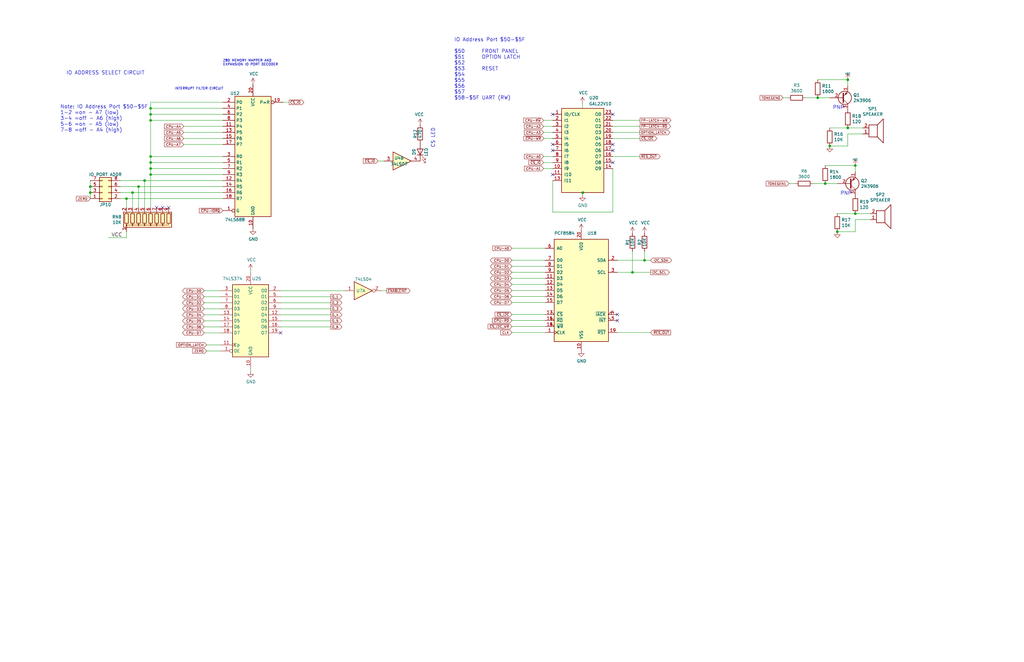
<source format=kicad_sch>
(kicad_sch (version 20211123) (generator eeschema)

  (uuid 745beb59-db8b-44b4-80b3-06646af53166)

  (paper "B")

  (title_block
    (title "Duodyne 65265 CPU board")
    (date "2025-04-12")
    (rev "V0.5")
  )

  (lib_symbols
    (symbol "74xx:74HCT374" (in_bom yes) (on_board yes)
      (property "Reference" "U" (id 0) (at -7.62 16.51 0)
        (effects (font (size 1.27 1.27)))
      )
      (property "Value" "74HCT374" (id 1) (at -7.62 -16.51 0)
        (effects (font (size 1.27 1.27)))
      )
      (property "Footprint" "" (id 2) (at 0 0 0)
        (effects (font (size 1.27 1.27)) hide)
      )
      (property "Datasheet" "https://www.ti.com/lit/ds/symlink/cd74hct374.pdf" (id 3) (at 0 0 0)
        (effects (font (size 1.27 1.27)) hide)
      )
      (property "ki_keywords" "HCTMOS DFF DFF8 REG 3State" (id 4) (at 0 0 0)
        (effects (font (size 1.27 1.27)) hide)
      )
      (property "ki_description" "8-bit Register, 3-state outputs" (id 5) (at 0 0 0)
        (effects (font (size 1.27 1.27)) hide)
      )
      (property "ki_fp_filters" "DIP?20* SOIC?20* SO?20*" (id 6) (at 0 0 0)
        (effects (font (size 1.27 1.27)) hide)
      )
      (symbol "74HCT374_1_0"
        (pin input inverted (at -12.7 -12.7 0) (length 5.08)
          (name "OE" (effects (font (size 1.27 1.27))))
          (number "1" (effects (font (size 1.27 1.27))))
        )
        (pin power_in line (at 0 -20.32 90) (length 5.08)
          (name "GND" (effects (font (size 1.27 1.27))))
          (number "10" (effects (font (size 1.27 1.27))))
        )
        (pin input clock (at -12.7 -10.16 0) (length 5.08)
          (name "Cp" (effects (font (size 1.27 1.27))))
          (number "11" (effects (font (size 1.27 1.27))))
        )
        (pin tri_state line (at 12.7 2.54 180) (length 5.08)
          (name "O4" (effects (font (size 1.27 1.27))))
          (number "12" (effects (font (size 1.27 1.27))))
        )
        (pin input line (at -12.7 2.54 0) (length 5.08)
          (name "D4" (effects (font (size 1.27 1.27))))
          (number "13" (effects (font (size 1.27 1.27))))
        )
        (pin input line (at -12.7 0 0) (length 5.08)
          (name "D5" (effects (font (size 1.27 1.27))))
          (number "14" (effects (font (size 1.27 1.27))))
        )
        (pin tri_state line (at 12.7 0 180) (length 5.08)
          (name "O5" (effects (font (size 1.27 1.27))))
          (number "15" (effects (font (size 1.27 1.27))))
        )
        (pin tri_state line (at 12.7 -2.54 180) (length 5.08)
          (name "O6" (effects (font (size 1.27 1.27))))
          (number "16" (effects (font (size 1.27 1.27))))
        )
        (pin input line (at -12.7 -2.54 0) (length 5.08)
          (name "D6" (effects (font (size 1.27 1.27))))
          (number "17" (effects (font (size 1.27 1.27))))
        )
        (pin input line (at -12.7 -5.08 0) (length 5.08)
          (name "D7" (effects (font (size 1.27 1.27))))
          (number "18" (effects (font (size 1.27 1.27))))
        )
        (pin tri_state line (at 12.7 -5.08 180) (length 5.08)
          (name "O7" (effects (font (size 1.27 1.27))))
          (number "19" (effects (font (size 1.27 1.27))))
        )
        (pin tri_state line (at 12.7 12.7 180) (length 5.08)
          (name "O0" (effects (font (size 1.27 1.27))))
          (number "2" (effects (font (size 1.27 1.27))))
        )
        (pin power_in line (at 0 20.32 270) (length 5.08)
          (name "VCC" (effects (font (size 1.27 1.27))))
          (number "20" (effects (font (size 1.27 1.27))))
        )
        (pin input line (at -12.7 12.7 0) (length 5.08)
          (name "D0" (effects (font (size 1.27 1.27))))
          (number "3" (effects (font (size 1.27 1.27))))
        )
        (pin input line (at -12.7 10.16 0) (length 5.08)
          (name "D1" (effects (font (size 1.27 1.27))))
          (number "4" (effects (font (size 1.27 1.27))))
        )
        (pin tri_state line (at 12.7 10.16 180) (length 5.08)
          (name "O1" (effects (font (size 1.27 1.27))))
          (number "5" (effects (font (size 1.27 1.27))))
        )
        (pin tri_state line (at 12.7 7.62 180) (length 5.08)
          (name "O2" (effects (font (size 1.27 1.27))))
          (number "6" (effects (font (size 1.27 1.27))))
        )
        (pin input line (at -12.7 7.62 0) (length 5.08)
          (name "D2" (effects (font (size 1.27 1.27))))
          (number "7" (effects (font (size 1.27 1.27))))
        )
        (pin input line (at -12.7 5.08 0) (length 5.08)
          (name "D3" (effects (font (size 1.27 1.27))))
          (number "8" (effects (font (size 1.27 1.27))))
        )
        (pin tri_state line (at 12.7 5.08 180) (length 5.08)
          (name "O3" (effects (font (size 1.27 1.27))))
          (number "9" (effects (font (size 1.27 1.27))))
        )
      )
      (symbol "74HCT374_1_1"
        (rectangle (start -7.62 15.24) (end 7.62 -15.24)
          (stroke (width 0.254) (type default) (color 0 0 0 0))
          (fill (type background))
        )
      )
    )
    (symbol "74xx:74LS04" (in_bom yes) (on_board yes)
      (property "Reference" "U" (id 0) (at 0 1.27 0)
        (effects (font (size 1.27 1.27)))
      )
      (property "Value" "74LS04" (id 1) (at 0 -1.27 0)
        (effects (font (size 1.27 1.27)))
      )
      (property "Footprint" "" (id 2) (at 0 0 0)
        (effects (font (size 1.27 1.27)) hide)
      )
      (property "Datasheet" "http://www.ti.com/lit/gpn/sn74LS04" (id 3) (at 0 0 0)
        (effects (font (size 1.27 1.27)) hide)
      )
      (property "ki_locked" "" (id 4) (at 0 0 0)
        (effects (font (size 1.27 1.27)))
      )
      (property "ki_keywords" "TTL not inv" (id 5) (at 0 0 0)
        (effects (font (size 1.27 1.27)) hide)
      )
      (property "ki_description" "Hex Inverter" (id 6) (at 0 0 0)
        (effects (font (size 1.27 1.27)) hide)
      )
      (property "ki_fp_filters" "DIP*W7.62mm* SSOP?14* TSSOP?14*" (id 7) (at 0 0 0)
        (effects (font (size 1.27 1.27)) hide)
      )
      (symbol "74LS04_1_0"
        (polyline
          (pts
            (xy -3.81 3.81)
            (xy -3.81 -3.81)
            (xy 3.81 0)
            (xy -3.81 3.81)
          )
          (stroke (width 0.254) (type default) (color 0 0 0 0))
          (fill (type background))
        )
        (pin input line (at -7.62 0 0) (length 3.81)
          (name "~" (effects (font (size 1.27 1.27))))
          (number "1" (effects (font (size 1.27 1.27))))
        )
        (pin output inverted (at 7.62 0 180) (length 3.81)
          (name "~" (effects (font (size 1.27 1.27))))
          (number "2" (effects (font (size 1.27 1.27))))
        )
      )
      (symbol "74LS04_2_0"
        (polyline
          (pts
            (xy -3.81 3.81)
            (xy -3.81 -3.81)
            (xy 3.81 0)
            (xy -3.81 3.81)
          )
          (stroke (width 0.254) (type default) (color 0 0 0 0))
          (fill (type background))
        )
        (pin input line (at -7.62 0 0) (length 3.81)
          (name "~" (effects (font (size 1.27 1.27))))
          (number "3" (effects (font (size 1.27 1.27))))
        )
        (pin output inverted (at 7.62 0 180) (length 3.81)
          (name "~" (effects (font (size 1.27 1.27))))
          (number "4" (effects (font (size 1.27 1.27))))
        )
      )
      (symbol "74LS04_3_0"
        (polyline
          (pts
            (xy -3.81 3.81)
            (xy -3.81 -3.81)
            (xy 3.81 0)
            (xy -3.81 3.81)
          )
          (stroke (width 0.254) (type default) (color 0 0 0 0))
          (fill (type background))
        )
        (pin input line (at -7.62 0 0) (length 3.81)
          (name "~" (effects (font (size 1.27 1.27))))
          (number "5" (effects (font (size 1.27 1.27))))
        )
        (pin output inverted (at 7.62 0 180) (length 3.81)
          (name "~" (effects (font (size 1.27 1.27))))
          (number "6" (effects (font (size 1.27 1.27))))
        )
      )
      (symbol "74LS04_4_0"
        (polyline
          (pts
            (xy -3.81 3.81)
            (xy -3.81 -3.81)
            (xy 3.81 0)
            (xy -3.81 3.81)
          )
          (stroke (width 0.254) (type default) (color 0 0 0 0))
          (fill (type background))
        )
        (pin output inverted (at 7.62 0 180) (length 3.81)
          (name "~" (effects (font (size 1.27 1.27))))
          (number "8" (effects (font (size 1.27 1.27))))
        )
        (pin input line (at -7.62 0 0) (length 3.81)
          (name "~" (effects (font (size 1.27 1.27))))
          (number "9" (effects (font (size 1.27 1.27))))
        )
      )
      (symbol "74LS04_5_0"
        (polyline
          (pts
            (xy -3.81 3.81)
            (xy -3.81 -3.81)
            (xy 3.81 0)
            (xy -3.81 3.81)
          )
          (stroke (width 0.254) (type default) (color 0 0 0 0))
          (fill (type background))
        )
        (pin output inverted (at 7.62 0 180) (length 3.81)
          (name "~" (effects (font (size 1.27 1.27))))
          (number "10" (effects (font (size 1.27 1.27))))
        )
        (pin input line (at -7.62 0 0) (length 3.81)
          (name "~" (effects (font (size 1.27 1.27))))
          (number "11" (effects (font (size 1.27 1.27))))
        )
      )
      (symbol "74LS04_6_0"
        (polyline
          (pts
            (xy -3.81 3.81)
            (xy -3.81 -3.81)
            (xy 3.81 0)
            (xy -3.81 3.81)
          )
          (stroke (width 0.254) (type default) (color 0 0 0 0))
          (fill (type background))
        )
        (pin output inverted (at 7.62 0 180) (length 3.81)
          (name "~" (effects (font (size 1.27 1.27))))
          (number "12" (effects (font (size 1.27 1.27))))
        )
        (pin input line (at -7.62 0 0) (length 3.81)
          (name "~" (effects (font (size 1.27 1.27))))
          (number "13" (effects (font (size 1.27 1.27))))
        )
      )
      (symbol "74LS04_7_0"
        (pin power_in line (at 0 12.7 270) (length 5.08)
          (name "VCC" (effects (font (size 1.27 1.27))))
          (number "14" (effects (font (size 1.27 1.27))))
        )
        (pin power_in line (at 0 -12.7 90) (length 5.08)
          (name "GND" (effects (font (size 1.27 1.27))))
          (number "7" (effects (font (size 1.27 1.27))))
        )
      )
      (symbol "74LS04_7_1"
        (rectangle (start -5.08 7.62) (end 5.08 -7.62)
          (stroke (width 0.254) (type default) (color 0 0 0 0))
          (fill (type background))
        )
      )
    )
    (symbol "74xx:74LS07" (pin_names (offset 1.016)) (in_bom yes) (on_board yes)
      (property "Reference" "U" (id 0) (at 0 1.27 0)
        (effects (font (size 1.27 1.27)))
      )
      (property "Value" "74LS07" (id 1) (at 0 -1.27 0)
        (effects (font (size 1.27 1.27)))
      )
      (property "Footprint" "" (id 2) (at 0 0 0)
        (effects (font (size 1.27 1.27)) hide)
      )
      (property "Datasheet" "www.ti.com/lit/ds/symlink/sn74ls07.pdf" (id 3) (at 0 0 0)
        (effects (font (size 1.27 1.27)) hide)
      )
      (property "ki_locked" "" (id 4) (at 0 0 0)
        (effects (font (size 1.27 1.27)))
      )
      (property "ki_keywords" "TTL hex buffer OpenCol" (id 5) (at 0 0 0)
        (effects (font (size 1.27 1.27)) hide)
      )
      (property "ki_description" "Hex Buffers and Drivers With Open Collector High Voltage Outputs" (id 6) (at 0 0 0)
        (effects (font (size 1.27 1.27)) hide)
      )
      (property "ki_fp_filters" "SOIC*3.9x8.7mm*P1.27mm* TSSOP*4.4x5mm*P0.65mm* DIP*W7.62mm*" (id 7) (at 0 0 0)
        (effects (font (size 1.27 1.27)) hide)
      )
      (symbol "74LS07_1_0"
        (polyline
          (pts
            (xy -3.81 3.81)
            (xy -3.81 -3.81)
            (xy 3.81 0)
            (xy -3.81 3.81)
          )
          (stroke (width 0.254) (type default) (color 0 0 0 0))
          (fill (type background))
        )
        (pin input line (at -7.62 0 0) (length 3.81)
          (name "~" (effects (font (size 1.27 1.27))))
          (number "1" (effects (font (size 1.27 1.27))))
        )
        (pin open_collector line (at 7.62 0 180) (length 3.81)
          (name "~" (effects (font (size 1.27 1.27))))
          (number "2" (effects (font (size 1.27 1.27))))
        )
      )
      (symbol "74LS07_2_0"
        (polyline
          (pts
            (xy -3.81 3.81)
            (xy -3.81 -3.81)
            (xy 3.81 0)
            (xy -3.81 3.81)
          )
          (stroke (width 0.254) (type default) (color 0 0 0 0))
          (fill (type background))
        )
        (pin input line (at -7.62 0 0) (length 3.81)
          (name "~" (effects (font (size 1.27 1.27))))
          (number "3" (effects (font (size 1.27 1.27))))
        )
        (pin open_collector line (at 7.62 0 180) (length 3.81)
          (name "~" (effects (font (size 1.27 1.27))))
          (number "4" (effects (font (size 1.27 1.27))))
        )
      )
      (symbol "74LS07_3_0"
        (polyline
          (pts
            (xy -3.81 3.81)
            (xy -3.81 -3.81)
            (xy 3.81 0)
            (xy -3.81 3.81)
          )
          (stroke (width 0.254) (type default) (color 0 0 0 0))
          (fill (type background))
        )
        (pin input line (at -7.62 0 0) (length 3.81)
          (name "~" (effects (font (size 1.27 1.27))))
          (number "5" (effects (font (size 1.27 1.27))))
        )
        (pin open_collector line (at 7.62 0 180) (length 3.81)
          (name "~" (effects (font (size 1.27 1.27))))
          (number "6" (effects (font (size 1.27 1.27))))
        )
      )
      (symbol "74LS07_4_0"
        (polyline
          (pts
            (xy -3.81 3.81)
            (xy -3.81 -3.81)
            (xy 3.81 0)
            (xy -3.81 3.81)
          )
          (stroke (width 0.254) (type default) (color 0 0 0 0))
          (fill (type background))
        )
        (pin open_collector line (at 7.62 0 180) (length 3.81)
          (name "~" (effects (font (size 1.27 1.27))))
          (number "8" (effects (font (size 1.27 1.27))))
        )
        (pin input line (at -7.62 0 0) (length 3.81)
          (name "~" (effects (font (size 1.27 1.27))))
          (number "9" (effects (font (size 1.27 1.27))))
        )
      )
      (symbol "74LS07_5_0"
        (polyline
          (pts
            (xy -3.81 3.81)
            (xy -3.81 -3.81)
            (xy 3.81 0)
            (xy -3.81 3.81)
          )
          (stroke (width 0.254) (type default) (color 0 0 0 0))
          (fill (type background))
        )
        (pin open_collector line (at 7.62 0 180) (length 3.81)
          (name "~" (effects (font (size 1.27 1.27))))
          (number "10" (effects (font (size 1.27 1.27))))
        )
        (pin input line (at -7.62 0 0) (length 3.81)
          (name "~" (effects (font (size 1.27 1.27))))
          (number "11" (effects (font (size 1.27 1.27))))
        )
      )
      (symbol "74LS07_6_0"
        (polyline
          (pts
            (xy -3.81 3.81)
            (xy -3.81 -3.81)
            (xy 3.81 0)
            (xy -3.81 3.81)
          )
          (stroke (width 0.254) (type default) (color 0 0 0 0))
          (fill (type background))
        )
        (pin open_collector line (at 7.62 0 180) (length 3.81)
          (name "~" (effects (font (size 1.27 1.27))))
          (number "12" (effects (font (size 1.27 1.27))))
        )
        (pin input line (at -7.62 0 0) (length 3.81)
          (name "~" (effects (font (size 1.27 1.27))))
          (number "13" (effects (font (size 1.27 1.27))))
        )
      )
      (symbol "74LS07_7_0"
        (pin power_in line (at 0 12.7 270) (length 5.08)
          (name "VCC" (effects (font (size 1.27 1.27))))
          (number "14" (effects (font (size 1.27 1.27))))
        )
        (pin power_in line (at 0 -12.7 90) (length 5.08)
          (name "GND" (effects (font (size 1.27 1.27))))
          (number "7" (effects (font (size 1.27 1.27))))
        )
      )
      (symbol "74LS07_7_1"
        (rectangle (start -5.08 7.62) (end 5.08 -7.62)
          (stroke (width 0.254) (type default) (color 0 0 0 0))
          (fill (type background))
        )
      )
    )
    (symbol "74xx:74LS688" (in_bom yes) (on_board yes)
      (property "Reference" "U" (id 0) (at -7.62 26.67 0)
        (effects (font (size 1.27 1.27)))
      )
      (property "Value" "74LS688" (id 1) (at -7.62 -26.67 0)
        (effects (font (size 1.27 1.27)))
      )
      (property "Footprint" "" (id 2) (at 0 0 0)
        (effects (font (size 1.27 1.27)) hide)
      )
      (property "Datasheet" "http://www.ti.com/lit/gpn/sn74LS688" (id 3) (at 0 0 0)
        (effects (font (size 1.27 1.27)) hide)
      )
      (property "ki_keywords" "TTL DECOD Arith" (id 4) (at 0 0 0)
        (effects (font (size 1.27 1.27)) hide)
      )
      (property "ki_description" "8-bit magnitude comparator" (id 5) (at 0 0 0)
        (effects (font (size 1.27 1.27)) hide)
      )
      (property "ki_fp_filters" "DIP?20* SOIC?20* SO?20* TSSOP?20*" (id 6) (at 0 0 0)
        (effects (font (size 1.27 1.27)) hide)
      )
      (symbol "74LS688_1_0"
        (pin input inverted (at -12.7 -22.86 0) (length 5.08)
          (name "G" (effects (font (size 1.27 1.27))))
          (number "1" (effects (font (size 1.27 1.27))))
        )
        (pin power_in line (at 0 -30.48 90) (length 5.08)
          (name "GND" (effects (font (size 1.27 1.27))))
          (number "10" (effects (font (size 1.27 1.27))))
        )
        (pin input line (at -12.7 12.7 0) (length 5.08)
          (name "P4" (effects (font (size 1.27 1.27))))
          (number "11" (effects (font (size 1.27 1.27))))
        )
        (pin input line (at -12.7 -10.16 0) (length 5.08)
          (name "R4" (effects (font (size 1.27 1.27))))
          (number "12" (effects (font (size 1.27 1.27))))
        )
        (pin input line (at -12.7 10.16 0) (length 5.08)
          (name "P5" (effects (font (size 1.27 1.27))))
          (number "13" (effects (font (size 1.27 1.27))))
        )
        (pin input line (at -12.7 -12.7 0) (length 5.08)
          (name "R5" (effects (font (size 1.27 1.27))))
          (number "14" (effects (font (size 1.27 1.27))))
        )
        (pin input line (at -12.7 7.62 0) (length 5.08)
          (name "P6" (effects (font (size 1.27 1.27))))
          (number "15" (effects (font (size 1.27 1.27))))
        )
        (pin input line (at -12.7 -15.24 0) (length 5.08)
          (name "R6" (effects (font (size 1.27 1.27))))
          (number "16" (effects (font (size 1.27 1.27))))
        )
        (pin input line (at -12.7 5.08 0) (length 5.08)
          (name "P7" (effects (font (size 1.27 1.27))))
          (number "17" (effects (font (size 1.27 1.27))))
        )
        (pin input line (at -12.7 -17.78 0) (length 5.08)
          (name "R7" (effects (font (size 1.27 1.27))))
          (number "18" (effects (font (size 1.27 1.27))))
        )
        (pin output inverted (at 12.7 22.86 180) (length 5.08)
          (name "P=R" (effects (font (size 1.27 1.27))))
          (number "19" (effects (font (size 1.27 1.27))))
        )
        (pin input line (at -12.7 22.86 0) (length 5.08)
          (name "P0" (effects (font (size 1.27 1.27))))
          (number "2" (effects (font (size 1.27 1.27))))
        )
        (pin power_in line (at 0 30.48 270) (length 5.08)
          (name "VCC" (effects (font (size 1.27 1.27))))
          (number "20" (effects (font (size 1.27 1.27))))
        )
        (pin input line (at -12.7 0 0) (length 5.08)
          (name "R0" (effects (font (size 1.27 1.27))))
          (number "3" (effects (font (size 1.27 1.27))))
        )
        (pin input line (at -12.7 20.32 0) (length 5.08)
          (name "P1" (effects (font (size 1.27 1.27))))
          (number "4" (effects (font (size 1.27 1.27))))
        )
        (pin input line (at -12.7 -2.54 0) (length 5.08)
          (name "R1" (effects (font (size 1.27 1.27))))
          (number "5" (effects (font (size 1.27 1.27))))
        )
        (pin input line (at -12.7 17.78 0) (length 5.08)
          (name "P2" (effects (font (size 1.27 1.27))))
          (number "6" (effects (font (size 1.27 1.27))))
        )
        (pin input line (at -12.7 -5.08 0) (length 5.08)
          (name "R2" (effects (font (size 1.27 1.27))))
          (number "7" (effects (font (size 1.27 1.27))))
        )
        (pin input line (at -12.7 15.24 0) (length 5.08)
          (name "P3" (effects (font (size 1.27 1.27))))
          (number "8" (effects (font (size 1.27 1.27))))
        )
        (pin input line (at -12.7 -7.62 0) (length 5.08)
          (name "R3" (effects (font (size 1.27 1.27))))
          (number "9" (effects (font (size 1.27 1.27))))
        )
      )
      (symbol "74LS688_1_1"
        (rectangle (start -7.62 25.4) (end 7.62 -25.4)
          (stroke (width 0.254) (type default) (color 0 0 0 0))
          (fill (type background))
        )
      )
    )
    (symbol "Connector_Generic:Conn_02x04_Odd_Even" (pin_names (offset 1.016) hide) (in_bom yes) (on_board yes)
      (property "Reference" "J" (id 0) (at 1.27 5.08 0)
        (effects (font (size 1.27 1.27)))
      )
      (property "Value" "Conn_02x04_Odd_Even" (id 1) (at 1.27 -7.62 0)
        (effects (font (size 1.27 1.27)))
      )
      (property "Footprint" "" (id 2) (at 0 0 0)
        (effects (font (size 1.27 1.27)) hide)
      )
      (property "Datasheet" "~" (id 3) (at 0 0 0)
        (effects (font (size 1.27 1.27)) hide)
      )
      (property "ki_keywords" "connector" (id 4) (at 0 0 0)
        (effects (font (size 1.27 1.27)) hide)
      )
      (property "ki_description" "Generic connector, double row, 02x04, odd/even pin numbering scheme (row 1 odd numbers, row 2 even numbers), script generated (kicad-library-utils/schlib/autogen/connector/)" (id 5) (at 0 0 0)
        (effects (font (size 1.27 1.27)) hide)
      )
      (property "ki_fp_filters" "Connector*:*_2x??_*" (id 6) (at 0 0 0)
        (effects (font (size 1.27 1.27)) hide)
      )
      (symbol "Conn_02x04_Odd_Even_1_1"
        (rectangle (start -1.27 -4.953) (end 0 -5.207)
          (stroke (width 0.1524) (type default) (color 0 0 0 0))
          (fill (type none))
        )
        (rectangle (start -1.27 -2.413) (end 0 -2.667)
          (stroke (width 0.1524) (type default) (color 0 0 0 0))
          (fill (type none))
        )
        (rectangle (start -1.27 0.127) (end 0 -0.127)
          (stroke (width 0.1524) (type default) (color 0 0 0 0))
          (fill (type none))
        )
        (rectangle (start -1.27 2.667) (end 0 2.413)
          (stroke (width 0.1524) (type default) (color 0 0 0 0))
          (fill (type none))
        )
        (rectangle (start -1.27 3.81) (end 3.81 -6.35)
          (stroke (width 0.254) (type default) (color 0 0 0 0))
          (fill (type background))
        )
        (rectangle (start 3.81 -4.953) (end 2.54 -5.207)
          (stroke (width 0.1524) (type default) (color 0 0 0 0))
          (fill (type none))
        )
        (rectangle (start 3.81 -2.413) (end 2.54 -2.667)
          (stroke (width 0.1524) (type default) (color 0 0 0 0))
          (fill (type none))
        )
        (rectangle (start 3.81 0.127) (end 2.54 -0.127)
          (stroke (width 0.1524) (type default) (color 0 0 0 0))
          (fill (type none))
        )
        (rectangle (start 3.81 2.667) (end 2.54 2.413)
          (stroke (width 0.1524) (type default) (color 0 0 0 0))
          (fill (type none))
        )
        (pin passive line (at -5.08 2.54 0) (length 3.81)
          (name "Pin_1" (effects (font (size 1.27 1.27))))
          (number "1" (effects (font (size 1.27 1.27))))
        )
        (pin passive line (at 7.62 2.54 180) (length 3.81)
          (name "Pin_2" (effects (font (size 1.27 1.27))))
          (number "2" (effects (font (size 1.27 1.27))))
        )
        (pin passive line (at -5.08 0 0) (length 3.81)
          (name "Pin_3" (effects (font (size 1.27 1.27))))
          (number "3" (effects (font (size 1.27 1.27))))
        )
        (pin passive line (at 7.62 0 180) (length 3.81)
          (name "Pin_4" (effects (font (size 1.27 1.27))))
          (number "4" (effects (font (size 1.27 1.27))))
        )
        (pin passive line (at -5.08 -2.54 0) (length 3.81)
          (name "Pin_5" (effects (font (size 1.27 1.27))))
          (number "5" (effects (font (size 1.27 1.27))))
        )
        (pin passive line (at 7.62 -2.54 180) (length 3.81)
          (name "Pin_6" (effects (font (size 1.27 1.27))))
          (number "6" (effects (font (size 1.27 1.27))))
        )
        (pin passive line (at -5.08 -5.08 0) (length 3.81)
          (name "Pin_7" (effects (font (size 1.27 1.27))))
          (number "7" (effects (font (size 1.27 1.27))))
        )
        (pin passive line (at 7.62 -5.08 180) (length 3.81)
          (name "Pin_8" (effects (font (size 1.27 1.27))))
          (number "8" (effects (font (size 1.27 1.27))))
        )
      )
    )
    (symbol "Device:LED" (pin_numbers hide) (pin_names (offset 1.016) hide) (in_bom yes) (on_board yes)
      (property "Reference" "D" (id 0) (at 0 2.54 0)
        (effects (font (size 1.27 1.27)))
      )
      (property "Value" "LED" (id 1) (at 0 -2.54 0)
        (effects (font (size 1.27 1.27)))
      )
      (property "Footprint" "" (id 2) (at 0 0 0)
        (effects (font (size 1.27 1.27)) hide)
      )
      (property "Datasheet" "~" (id 3) (at 0 0 0)
        (effects (font (size 1.27 1.27)) hide)
      )
      (property "ki_keywords" "LED diode" (id 4) (at 0 0 0)
        (effects (font (size 1.27 1.27)) hide)
      )
      (property "ki_description" "Light emitting diode" (id 5) (at 0 0 0)
        (effects (font (size 1.27 1.27)) hide)
      )
      (property "ki_fp_filters" "LED* LED_SMD:* LED_THT:*" (id 6) (at 0 0 0)
        (effects (font (size 1.27 1.27)) hide)
      )
      (symbol "LED_0_1"
        (polyline
          (pts
            (xy -1.27 -1.27)
            (xy -1.27 1.27)
          )
          (stroke (width 0.254) (type default) (color 0 0 0 0))
          (fill (type none))
        )
        (polyline
          (pts
            (xy -1.27 0)
            (xy 1.27 0)
          )
          (stroke (width 0) (type default) (color 0 0 0 0))
          (fill (type none))
        )
        (polyline
          (pts
            (xy 1.27 -1.27)
            (xy 1.27 1.27)
            (xy -1.27 0)
            (xy 1.27 -1.27)
          )
          (stroke (width 0.254) (type default) (color 0 0 0 0))
          (fill (type none))
        )
        (polyline
          (pts
            (xy -3.048 -0.762)
            (xy -4.572 -2.286)
            (xy -3.81 -2.286)
            (xy -4.572 -2.286)
            (xy -4.572 -1.524)
          )
          (stroke (width 0) (type default) (color 0 0 0 0))
          (fill (type none))
        )
        (polyline
          (pts
            (xy -1.778 -0.762)
            (xy -3.302 -2.286)
            (xy -2.54 -2.286)
            (xy -3.302 -2.286)
            (xy -3.302 -1.524)
          )
          (stroke (width 0) (type default) (color 0 0 0 0))
          (fill (type none))
        )
      )
      (symbol "LED_1_1"
        (pin passive line (at -3.81 0 0) (length 2.54)
          (name "K" (effects (font (size 1.27 1.27))))
          (number "1" (effects (font (size 1.27 1.27))))
        )
        (pin passive line (at 3.81 0 180) (length 2.54)
          (name "A" (effects (font (size 1.27 1.27))))
          (number "2" (effects (font (size 1.27 1.27))))
        )
      )
    )
    (symbol "Device:R" (pin_numbers hide) (pin_names (offset 0)) (in_bom yes) (on_board yes)
      (property "Reference" "R" (id 0) (at 2.032 0 90)
        (effects (font (size 1.27 1.27)))
      )
      (property "Value" "R" (id 1) (at 0 0 90)
        (effects (font (size 1.27 1.27)))
      )
      (property "Footprint" "" (id 2) (at -1.778 0 90)
        (effects (font (size 1.27 1.27)) hide)
      )
      (property "Datasheet" "~" (id 3) (at 0 0 0)
        (effects (font (size 1.27 1.27)) hide)
      )
      (property "ki_keywords" "R res resistor" (id 4) (at 0 0 0)
        (effects (font (size 1.27 1.27)) hide)
      )
      (property "ki_description" "Resistor" (id 5) (at 0 0 0)
        (effects (font (size 1.27 1.27)) hide)
      )
      (property "ki_fp_filters" "R_*" (id 6) (at 0 0 0)
        (effects (font (size 1.27 1.27)) hide)
      )
      (symbol "R_0_1"
        (rectangle (start -1.016 -2.54) (end 1.016 2.54)
          (stroke (width 0.254) (type default) (color 0 0 0 0))
          (fill (type none))
        )
      )
      (symbol "R_1_1"
        (pin passive line (at 0 3.81 270) (length 1.27)
          (name "~" (effects (font (size 1.27 1.27))))
          (number "1" (effects (font (size 1.27 1.27))))
        )
        (pin passive line (at 0 -3.81 90) (length 1.27)
          (name "~" (effects (font (size 1.27 1.27))))
          (number "2" (effects (font (size 1.27 1.27))))
        )
      )
    )
    (symbol "Device:R_Network08" (pin_names (offset 0) hide) (in_bom yes) (on_board yes)
      (property "Reference" "RN" (id 0) (at -12.7 0 90)
        (effects (font (size 1.27 1.27)))
      )
      (property "Value" "R_Network08" (id 1) (at 10.16 0 90)
        (effects (font (size 1.27 1.27)))
      )
      (property "Footprint" "Resistor_THT:R_Array_SIP9" (id 2) (at 12.065 0 90)
        (effects (font (size 1.27 1.27)) hide)
      )
      (property "Datasheet" "http://www.vishay.com/docs/31509/csc.pdf" (id 3) (at 0 0 0)
        (effects (font (size 1.27 1.27)) hide)
      )
      (property "ki_keywords" "R network star-topology" (id 4) (at 0 0 0)
        (effects (font (size 1.27 1.27)) hide)
      )
      (property "ki_description" "8 resistor network, star topology, bussed resistors, small symbol" (id 5) (at 0 0 0)
        (effects (font (size 1.27 1.27)) hide)
      )
      (property "ki_fp_filters" "R?Array?SIP*" (id 6) (at 0 0 0)
        (effects (font (size 1.27 1.27)) hide)
      )
      (symbol "R_Network08_0_1"
        (rectangle (start -11.43 -3.175) (end 8.89 3.175)
          (stroke (width 0.254) (type default) (color 0 0 0 0))
          (fill (type background))
        )
        (rectangle (start -10.922 1.524) (end -9.398 -2.54)
          (stroke (width 0.254) (type default) (color 0 0 0 0))
          (fill (type none))
        )
        (circle (center -10.16 2.286) (radius 0.254)
          (stroke (width 0) (type default) (color 0 0 0 0))
          (fill (type outline))
        )
        (rectangle (start -8.382 1.524) (end -6.858 -2.54)
          (stroke (width 0.254) (type default) (color 0 0 0 0))
          (fill (type none))
        )
        (circle (center -7.62 2.286) (radius 0.254)
          (stroke (width 0) (type default) (color 0 0 0 0))
          (fill (type outline))
        )
        (rectangle (start -5.842 1.524) (end -4.318 -2.54)
          (stroke (width 0.254) (type default) (color 0 0 0 0))
          (fill (type none))
        )
        (circle (center -5.08 2.286) (radius 0.254)
          (stroke (width 0) (type default) (color 0 0 0 0))
          (fill (type outline))
        )
        (rectangle (start -3.302 1.524) (end -1.778 -2.54)
          (stroke (width 0.254) (type default) (color 0 0 0 0))
          (fill (type none))
        )
        (circle (center -2.54 2.286) (radius 0.254)
          (stroke (width 0) (type default) (color 0 0 0 0))
          (fill (type outline))
        )
        (rectangle (start -0.762 1.524) (end 0.762 -2.54)
          (stroke (width 0.254) (type default) (color 0 0 0 0))
          (fill (type none))
        )
        (polyline
          (pts
            (xy -10.16 -2.54)
            (xy -10.16 -3.81)
          )
          (stroke (width 0) (type default) (color 0 0 0 0))
          (fill (type none))
        )
        (polyline
          (pts
            (xy -7.62 -2.54)
            (xy -7.62 -3.81)
          )
          (stroke (width 0) (type default) (color 0 0 0 0))
          (fill (type none))
        )
        (polyline
          (pts
            (xy -5.08 -2.54)
            (xy -5.08 -3.81)
          )
          (stroke (width 0) (type default) (color 0 0 0 0))
          (fill (type none))
        )
        (polyline
          (pts
            (xy -2.54 -2.54)
            (xy -2.54 -3.81)
          )
          (stroke (width 0) (type default) (color 0 0 0 0))
          (fill (type none))
        )
        (polyline
          (pts
            (xy 0 -2.54)
            (xy 0 -3.81)
          )
          (stroke (width 0) (type default) (color 0 0 0 0))
          (fill (type none))
        )
        (polyline
          (pts
            (xy 2.54 -2.54)
            (xy 2.54 -3.81)
          )
          (stroke (width 0) (type default) (color 0 0 0 0))
          (fill (type none))
        )
        (polyline
          (pts
            (xy 5.08 -2.54)
            (xy 5.08 -3.81)
          )
          (stroke (width 0) (type default) (color 0 0 0 0))
          (fill (type none))
        )
        (polyline
          (pts
            (xy 7.62 -2.54)
            (xy 7.62 -3.81)
          )
          (stroke (width 0) (type default) (color 0 0 0 0))
          (fill (type none))
        )
        (polyline
          (pts
            (xy -10.16 1.524)
            (xy -10.16 2.286)
            (xy -7.62 2.286)
            (xy -7.62 1.524)
          )
          (stroke (width 0) (type default) (color 0 0 0 0))
          (fill (type none))
        )
        (polyline
          (pts
            (xy -7.62 1.524)
            (xy -7.62 2.286)
            (xy -5.08 2.286)
            (xy -5.08 1.524)
          )
          (stroke (width 0) (type default) (color 0 0 0 0))
          (fill (type none))
        )
        (polyline
          (pts
            (xy -5.08 1.524)
            (xy -5.08 2.286)
            (xy -2.54 2.286)
            (xy -2.54 1.524)
          )
          (stroke (width 0) (type default) (color 0 0 0 0))
          (fill (type none))
        )
        (polyline
          (pts
            (xy -2.54 1.524)
            (xy -2.54 2.286)
            (xy 0 2.286)
            (xy 0 1.524)
          )
          (stroke (width 0) (type default) (color 0 0 0 0))
          (fill (type none))
        )
        (polyline
          (pts
            (xy 0 1.524)
            (xy 0 2.286)
            (xy 2.54 2.286)
            (xy 2.54 1.524)
          )
          (stroke (width 0) (type default) (color 0 0 0 0))
          (fill (type none))
        )
        (polyline
          (pts
            (xy 2.54 1.524)
            (xy 2.54 2.286)
            (xy 5.08 2.286)
            (xy 5.08 1.524)
          )
          (stroke (width 0) (type default) (color 0 0 0 0))
          (fill (type none))
        )
        (polyline
          (pts
            (xy 5.08 1.524)
            (xy 5.08 2.286)
            (xy 7.62 2.286)
            (xy 7.62 1.524)
          )
          (stroke (width 0) (type default) (color 0 0 0 0))
          (fill (type none))
        )
        (circle (center 0 2.286) (radius 0.254)
          (stroke (width 0) (type default) (color 0 0 0 0))
          (fill (type outline))
        )
        (rectangle (start 1.778 1.524) (end 3.302 -2.54)
          (stroke (width 0.254) (type default) (color 0 0 0 0))
          (fill (type none))
        )
        (circle (center 2.54 2.286) (radius 0.254)
          (stroke (width 0) (type default) (color 0 0 0 0))
          (fill (type outline))
        )
        (rectangle (start 4.318 1.524) (end 5.842 -2.54)
          (stroke (width 0.254) (type default) (color 0 0 0 0))
          (fill (type none))
        )
        (circle (center 5.08 2.286) (radius 0.254)
          (stroke (width 0) (type default) (color 0 0 0 0))
          (fill (type outline))
        )
        (rectangle (start 6.858 1.524) (end 8.382 -2.54)
          (stroke (width 0.254) (type default) (color 0 0 0 0))
          (fill (type none))
        )
      )
      (symbol "R_Network08_1_1"
        (pin passive line (at -10.16 5.08 270) (length 2.54)
          (name "common" (effects (font (size 1.27 1.27))))
          (number "1" (effects (font (size 1.27 1.27))))
        )
        (pin passive line (at -10.16 -5.08 90) (length 1.27)
          (name "R1" (effects (font (size 1.27 1.27))))
          (number "2" (effects (font (size 1.27 1.27))))
        )
        (pin passive line (at -7.62 -5.08 90) (length 1.27)
          (name "R2" (effects (font (size 1.27 1.27))))
          (number "3" (effects (font (size 1.27 1.27))))
        )
        (pin passive line (at -5.08 -5.08 90) (length 1.27)
          (name "R3" (effects (font (size 1.27 1.27))))
          (number "4" (effects (font (size 1.27 1.27))))
        )
        (pin passive line (at -2.54 -5.08 90) (length 1.27)
          (name "R4" (effects (font (size 1.27 1.27))))
          (number "5" (effects (font (size 1.27 1.27))))
        )
        (pin passive line (at 0 -5.08 90) (length 1.27)
          (name "R5" (effects (font (size 1.27 1.27))))
          (number "6" (effects (font (size 1.27 1.27))))
        )
        (pin passive line (at 2.54 -5.08 90) (length 1.27)
          (name "R6" (effects (font (size 1.27 1.27))))
          (number "7" (effects (font (size 1.27 1.27))))
        )
        (pin passive line (at 5.08 -5.08 90) (length 1.27)
          (name "R7" (effects (font (size 1.27 1.27))))
          (number "8" (effects (font (size 1.27 1.27))))
        )
        (pin passive line (at 7.62 -5.08 90) (length 1.27)
          (name "R8" (effects (font (size 1.27 1.27))))
          (number "9" (effects (font (size 1.27 1.27))))
        )
      )
    )
    (symbol "Device:Speaker" (pin_names (offset 0) hide) (in_bom yes) (on_board yes)
      (property "Reference" "LS" (id 0) (at 1.27 5.715 0)
        (effects (font (size 1.27 1.27)) (justify right))
      )
      (property "Value" "Speaker" (id 1) (at 1.27 3.81 0)
        (effects (font (size 1.27 1.27)) (justify right))
      )
      (property "Footprint" "" (id 2) (at 0 -5.08 0)
        (effects (font (size 1.27 1.27)) hide)
      )
      (property "Datasheet" "~" (id 3) (at -0.254 -1.27 0)
        (effects (font (size 1.27 1.27)) hide)
      )
      (property "ki_keywords" "speaker sound" (id 4) (at 0 0 0)
        (effects (font (size 1.27 1.27)) hide)
      )
      (property "ki_description" "Speaker" (id 5) (at 0 0 0)
        (effects (font (size 1.27 1.27)) hide)
      )
      (symbol "Speaker_0_0"
        (rectangle (start -2.54 1.27) (end 1.016 -3.81)
          (stroke (width 0.254) (type default) (color 0 0 0 0))
          (fill (type none))
        )
        (polyline
          (pts
            (xy 1.016 1.27)
            (xy 3.556 3.81)
            (xy 3.556 -6.35)
            (xy 1.016 -3.81)
          )
          (stroke (width 0.254) (type default) (color 0 0 0 0))
          (fill (type none))
        )
      )
      (symbol "Speaker_1_1"
        (pin input line (at -5.08 0 0) (length 2.54)
          (name "1" (effects (font (size 1.27 1.27))))
          (number "1" (effects (font (size 1.27 1.27))))
        )
        (pin input line (at -5.08 -2.54 0) (length 2.54)
          (name "2" (effects (font (size 1.27 1.27))))
          (number "2" (effects (font (size 1.27 1.27))))
        )
      )
    )
    (symbol "Interface_Expansion:PCF8584" (pin_names (offset 1.016)) (in_bom yes) (on_board yes)
      (property "Reference" "U" (id 0) (at -11.43 22.86 0)
        (effects (font (size 1.27 1.27)) (justify left))
      )
      (property "Value" "PCF8584" (id 1) (at 3.81 22.86 0)
        (effects (font (size 1.27 1.27)) (justify left))
      )
      (property "Footprint" "" (id 2) (at 0 0 0)
        (effects (font (size 1.27 1.27)) hide)
      )
      (property "Datasheet" "http://www.nxp.com/documents/data_sheet/PCF8584.pdf" (id 3) (at 0 0 0)
        (effects (font (size 1.27 1.27)) hide)
      )
      (property "ki_keywords" "I2C Bus" (id 4) (at 0 0 0)
        (effects (font (size 1.27 1.27)) hide)
      )
      (property "ki_description" "I2C Bus Controller, DIP/SOIC-20" (id 5) (at 0 0 0)
        (effects (font (size 1.27 1.27)) hide)
      )
      (property "ki_fp_filters" "DIP* PDIP* SO* SOIC*" (id 6) (at 0 0 0)
        (effects (font (size 1.27 1.27)) hide)
      )
      (symbol "PCF8584_0_1"
        (rectangle (start -11.43 -21.59) (end 11.43 21.59)
          (stroke (width 0.254) (type default) (color 0 0 0 0))
          (fill (type background))
        )
      )
      (symbol "PCF8584_1_1"
        (pin input clock (at -15.24 -17.78 0) (length 3.81)
          (name "CLK" (effects (font (size 1.27 1.27))))
          (number "1" (effects (font (size 1.27 1.27))))
        )
        (pin power_in line (at 0 -25.4 90) (length 3.81)
          (name "VSS" (effects (font (size 1.27 1.27))))
          (number "10" (effects (font (size 1.27 1.27))))
        )
        (pin tri_state line (at -15.24 5.08 0) (length 3.81)
          (name "D3" (effects (font (size 1.27 1.27))))
          (number "11" (effects (font (size 1.27 1.27))))
        )
        (pin tri_state line (at -15.24 2.54 0) (length 3.81)
          (name "D4" (effects (font (size 1.27 1.27))))
          (number "12" (effects (font (size 1.27 1.27))))
        )
        (pin tri_state line (at -15.24 0 0) (length 3.81)
          (name "D5" (effects (font (size 1.27 1.27))))
          (number "13" (effects (font (size 1.27 1.27))))
        )
        (pin tri_state line (at -15.24 -2.54 0) (length 3.81)
          (name "D6" (effects (font (size 1.27 1.27))))
          (number "14" (effects (font (size 1.27 1.27))))
        )
        (pin tri_state line (at -15.24 -5.08 0) (length 3.81)
          (name "D7" (effects (font (size 1.27 1.27))))
          (number "15" (effects (font (size 1.27 1.27))))
        )
        (pin passive input_low (at -15.24 -12.7 0) (length 3.81)
          (name "~{RD}" (effects (font (size 1.27 1.27))))
          (number "16" (effects (font (size 1.27 1.27))))
        )
        (pin input input_low (at -15.24 -10.16 0) (length 3.81)
          (name "~{CS}" (effects (font (size 1.27 1.27))))
          (number "17" (effects (font (size 1.27 1.27))))
        )
        (pin input input_low (at -15.24 -15.24 0) (length 3.81)
          (name "~{WR}" (effects (font (size 1.27 1.27))))
          (number "18" (effects (font (size 1.27 1.27))))
        )
        (pin bidirectional line (at 15.24 -17.78 180) (length 3.81)
          (name "~{RST}" (effects (font (size 1.27 1.27))))
          (number "19" (effects (font (size 1.27 1.27))))
        )
        (pin bidirectional line (at 15.24 12.7 180) (length 3.81)
          (name "SDA" (effects (font (size 1.27 1.27))))
          (number "2" (effects (font (size 1.27 1.27))))
        )
        (pin power_in line (at 0 25.4 270) (length 3.81)
          (name "VDD" (effects (font (size 1.27 1.27))))
          (number "20" (effects (font (size 1.27 1.27))))
        )
        (pin bidirectional line (at 15.24 7.62 180) (length 3.81)
          (name "SCL" (effects (font (size 1.27 1.27))))
          (number "3" (effects (font (size 1.27 1.27))))
        )
        (pin input input_low (at 15.24 -10.16 180) (length 3.81)
          (name "~{IACK}" (effects (font (size 1.27 1.27))))
          (number "4" (effects (font (size 1.27 1.27))))
        )
        (pin output output_low (at 15.24 -12.7 180) (length 3.81)
          (name "~{INT}" (effects (font (size 1.27 1.27))))
          (number "5" (effects (font (size 1.27 1.27))))
        )
        (pin input line (at -15.24 17.78 0) (length 3.81)
          (name "A0" (effects (font (size 1.27 1.27))))
          (number "6" (effects (font (size 1.27 1.27))))
        )
        (pin tri_state line (at -15.24 12.7 0) (length 3.81)
          (name "D0" (effects (font (size 1.27 1.27))))
          (number "7" (effects (font (size 1.27 1.27))))
        )
        (pin tri_state line (at -15.24 10.16 0) (length 3.81)
          (name "D1" (effects (font (size 1.27 1.27))))
          (number "8" (effects (font (size 1.27 1.27))))
        )
        (pin tri_state line (at -15.24 7.62 0) (length 3.81)
          (name "D2" (effects (font (size 1.27 1.27))))
          (number "9" (effects (font (size 1.27 1.27))))
        )
      )
    )
    (symbol "Transistor_BJT:2N3906" (pin_names (offset 0) hide) (in_bom yes) (on_board yes)
      (property "Reference" "Q" (id 0) (at 5.08 1.905 0)
        (effects (font (size 1.27 1.27)) (justify left))
      )
      (property "Value" "2N3906" (id 1) (at 5.08 0 0)
        (effects (font (size 1.27 1.27)) (justify left))
      )
      (property "Footprint" "Package_TO_SOT_THT:TO-92_Inline" (id 2) (at 5.08 -1.905 0)
        (effects (font (size 1.27 1.27) italic) (justify left) hide)
      )
      (property "Datasheet" "https://www.onsemi.com/pub/Collateral/2N3906-D.PDF" (id 3) (at 0 0 0)
        (effects (font (size 1.27 1.27)) (justify left) hide)
      )
      (property "ki_keywords" "PNP Transistor" (id 4) (at 0 0 0)
        (effects (font (size 1.27 1.27)) hide)
      )
      (property "ki_description" "-0.2A Ic, -40V Vce, Small Signal PNP Transistor, TO-92" (id 5) (at 0 0 0)
        (effects (font (size 1.27 1.27)) hide)
      )
      (property "ki_fp_filters" "TO?92*" (id 6) (at 0 0 0)
        (effects (font (size 1.27 1.27)) hide)
      )
      (symbol "2N3906_0_1"
        (polyline
          (pts
            (xy 0.635 0.635)
            (xy 2.54 2.54)
          )
          (stroke (width 0) (type default) (color 0 0 0 0))
          (fill (type none))
        )
        (polyline
          (pts
            (xy 0.635 -0.635)
            (xy 2.54 -2.54)
            (xy 2.54 -2.54)
          )
          (stroke (width 0) (type default) (color 0 0 0 0))
          (fill (type none))
        )
        (polyline
          (pts
            (xy 0.635 1.905)
            (xy 0.635 -1.905)
            (xy 0.635 -1.905)
          )
          (stroke (width 0.508) (type default) (color 0 0 0 0))
          (fill (type none))
        )
        (polyline
          (pts
            (xy 2.286 -1.778)
            (xy 1.778 -2.286)
            (xy 1.27 -1.27)
            (xy 2.286 -1.778)
            (xy 2.286 -1.778)
          )
          (stroke (width 0) (type default) (color 0 0 0 0))
          (fill (type outline))
        )
        (circle (center 1.27 0) (radius 2.8194)
          (stroke (width 0.254) (type default) (color 0 0 0 0))
          (fill (type none))
        )
      )
      (symbol "2N3906_1_1"
        (pin passive line (at 2.54 -5.08 90) (length 2.54)
          (name "E" (effects (font (size 1.27 1.27))))
          (number "1" (effects (font (size 1.27 1.27))))
        )
        (pin input line (at -5.08 0 0) (length 5.715)
          (name "B" (effects (font (size 1.27 1.27))))
          (number "2" (effects (font (size 1.27 1.27))))
        )
        (pin passive line (at 2.54 5.08 270) (length 2.54)
          (name "C" (effects (font (size 1.27 1.27))))
          (number "3" (effects (font (size 1.27 1.27))))
        )
      )
    )
    (symbol "gal22v10:GAL22V10" (pin_names (offset 1.016)) (in_bom yes) (on_board yes)
      (property "Reference" "U" (id 0) (at -8.89 19.05 0)
        (effects (font (size 1.27 1.27)) (justify left))
      )
      (property "Value" "GAL22V10" (id 1) (at -1.27 19.05 0)
        (effects (font (size 1.27 1.27)) (justify left))
      )
      (property "Footprint" "" (id 2) (at 0 0 0)
        (effects (font (size 1.27 1.27)) hide)
      )
      (property "Datasheet" "" (id 3) (at 0 0 0)
        (effects (font (size 1.27 1.27)) hide)
      )
      (property "ki_fp_filters" "DIP* PDIP*" (id 4) (at 0 0 0)
        (effects (font (size 1.27 1.27)) hide)
      )
      (symbol "GAL22V10_0_1"
        (rectangle (start -8.89 -17.78) (end 8.89 17.78)
          (stroke (width 0.254) (type default) (color 0 0 0 0))
          (fill (type background))
        )
      )
      (symbol "GAL22V10_1_1"
        (pin input line (at -12.7 15.24 0) (length 3.81)
          (name "I0/CLK" (effects (font (size 1.27 1.27))))
          (number "1" (effects (font (size 1.27 1.27))))
        )
        (pin input line (at -12.7 -7.62 0) (length 3.81)
          (name "I9" (effects (font (size 1.27 1.27))))
          (number "10" (effects (font (size 1.27 1.27))))
        )
        (pin input line (at -12.7 -10.16 0) (length 3.81)
          (name "I10" (effects (font (size 1.27 1.27))))
          (number "11" (effects (font (size 1.27 1.27))))
        )
        (pin power_in line (at 0 -17.78 90) (length 0) hide
          (name "GND" (effects (font (size 1.27 1.27))))
          (number "12" (effects (font (size 1.27 1.27))))
        )
        (pin input line (at -12.7 -12.7 0) (length 3.81)
          (name "I11" (effects (font (size 1.27 1.27))))
          (number "13" (effects (font (size 1.27 1.27))))
        )
        (pin output line (at 12.7 -7.62 180) (length 3.81)
          (name "O9" (effects (font (size 1.27 1.27))))
          (number "14" (effects (font (size 1.27 1.27))))
        )
        (pin output line (at 12.7 -5.08 180) (length 3.81)
          (name "O8" (effects (font (size 1.27 1.27))))
          (number "15" (effects (font (size 1.27 1.27))))
        )
        (pin output line (at 12.7 -2.54 180) (length 3.81)
          (name "O7" (effects (font (size 1.27 1.27))))
          (number "16" (effects (font (size 1.27 1.27))))
        )
        (pin output line (at 12.7 0 180) (length 3.81)
          (name "O6" (effects (font (size 1.27 1.27))))
          (number "17" (effects (font (size 1.27 1.27))))
        )
        (pin output line (at 12.7 2.54 180) (length 3.81)
          (name "O5" (effects (font (size 1.27 1.27))))
          (number "18" (effects (font (size 1.27 1.27))))
        )
        (pin output line (at 12.7 5.08 180) (length 3.81)
          (name "O4" (effects (font (size 1.27 1.27))))
          (number "19" (effects (font (size 1.27 1.27))))
        )
        (pin input line (at -12.7 12.7 0) (length 3.81)
          (name "I1" (effects (font (size 1.27 1.27))))
          (number "2" (effects (font (size 1.27 1.27))))
        )
        (pin output line (at 12.7 7.62 180) (length 3.81)
          (name "O3" (effects (font (size 1.27 1.27))))
          (number "20" (effects (font (size 1.27 1.27))))
        )
        (pin output line (at 12.7 10.16 180) (length 3.81)
          (name "O2" (effects (font (size 1.27 1.27))))
          (number "21" (effects (font (size 1.27 1.27))))
        )
        (pin output line (at 12.7 12.7 180) (length 3.81)
          (name "O1" (effects (font (size 1.27 1.27))))
          (number "22" (effects (font (size 1.27 1.27))))
        )
        (pin output line (at 12.7 15.24 180) (length 3.81)
          (name "O0" (effects (font (size 1.27 1.27))))
          (number "23" (effects (font (size 1.27 1.27))))
        )
        (pin power_in line (at 0 17.78 270) (length 0) hide
          (name "VCC" (effects (font (size 1.27 1.27))))
          (number "24" (effects (font (size 1.27 1.27))))
        )
        (pin input line (at -12.7 10.16 0) (length 3.81)
          (name "I2" (effects (font (size 1.27 1.27))))
          (number "3" (effects (font (size 1.27 1.27))))
        )
        (pin input line (at -12.7 7.62 0) (length 3.81)
          (name "I3" (effects (font (size 1.27 1.27))))
          (number "4" (effects (font (size 1.27 1.27))))
        )
        (pin input line (at -12.7 5.08 0) (length 3.81)
          (name "I4" (effects (font (size 1.27 1.27))))
          (number "5" (effects (font (size 1.27 1.27))))
        )
        (pin input line (at -12.7 2.54 0) (length 3.81)
          (name "I5" (effects (font (size 1.27 1.27))))
          (number "6" (effects (font (size 1.27 1.27))))
        )
        (pin input line (at -12.7 0 0) (length 3.81)
          (name "I6" (effects (font (size 1.27 1.27))))
          (number "7" (effects (font (size 1.27 1.27))))
        )
        (pin input line (at -12.7 -2.54 0) (length 3.81)
          (name "I7" (effects (font (size 1.27 1.27))))
          (number "8" (effects (font (size 1.27 1.27))))
        )
        (pin input line (at -12.7 -5.08 0) (length 3.81)
          (name "I8" (effects (font (size 1.27 1.27))))
          (number "9" (effects (font (size 1.27 1.27))))
        )
      )
    )
    (symbol "power:GND" (power) (pin_names (offset 0)) (in_bom yes) (on_board yes)
      (property "Reference" "#PWR" (id 0) (at 0 -6.35 0)
        (effects (font (size 1.27 1.27)) hide)
      )
      (property "Value" "GND" (id 1) (at 0 -3.81 0)
        (effects (font (size 1.27 1.27)))
      )
      (property "Footprint" "" (id 2) (at 0 0 0)
        (effects (font (size 1.27 1.27)) hide)
      )
      (property "Datasheet" "" (id 3) (at 0 0 0)
        (effects (font (size 1.27 1.27)) hide)
      )
      (property "ki_keywords" "global power" (id 4) (at 0 0 0)
        (effects (font (size 1.27 1.27)) hide)
      )
      (property "ki_description" "Power symbol creates a global label with name \"GND\" , ground" (id 5) (at 0 0 0)
        (effects (font (size 1.27 1.27)) hide)
      )
      (symbol "GND_0_1"
        (polyline
          (pts
            (xy 0 0)
            (xy 0 -1.27)
            (xy 1.27 -1.27)
            (xy 0 -2.54)
            (xy -1.27 -1.27)
            (xy 0 -1.27)
          )
          (stroke (width 0) (type default) (color 0 0 0 0))
          (fill (type none))
        )
      )
      (symbol "GND_1_1"
        (pin power_in line (at 0 0 270) (length 0) hide
          (name "GND" (effects (font (size 1.27 1.27))))
          (number "1" (effects (font (size 1.27 1.27))))
        )
      )
    )
    (symbol "power:VCC" (power) (pin_names (offset 0)) (in_bom yes) (on_board yes)
      (property "Reference" "#PWR" (id 0) (at 0 -3.81 0)
        (effects (font (size 1.27 1.27)) hide)
      )
      (property "Value" "VCC" (id 1) (at 0 3.81 0)
        (effects (font (size 1.27 1.27)))
      )
      (property "Footprint" "" (id 2) (at 0 0 0)
        (effects (font (size 1.27 1.27)) hide)
      )
      (property "Datasheet" "" (id 3) (at 0 0 0)
        (effects (font (size 1.27 1.27)) hide)
      )
      (property "ki_keywords" "global power" (id 4) (at 0 0 0)
        (effects (font (size 1.27 1.27)) hide)
      )
      (property "ki_description" "Power symbol creates a global label with name \"VCC\"" (id 5) (at 0 0 0)
        (effects (font (size 1.27 1.27)) hide)
      )
      (symbol "VCC_0_1"
        (polyline
          (pts
            (xy -0.762 1.27)
            (xy 0 2.54)
          )
          (stroke (width 0) (type default) (color 0 0 0 0))
          (fill (type none))
        )
        (polyline
          (pts
            (xy 0 0)
            (xy 0 2.54)
          )
          (stroke (width 0) (type default) (color 0 0 0 0))
          (fill (type none))
        )
        (polyline
          (pts
            (xy 0 2.54)
            (xy 0.762 1.27)
          )
          (stroke (width 0) (type default) (color 0 0 0 0))
          (fill (type none))
        )
      )
      (symbol "VCC_1_1"
        (pin power_in line (at 0 0 90) (length 0) hide
          (name "VCC" (effects (font (size 1.27 1.27))))
          (number "1" (effects (font (size 1.27 1.27))))
        )
      )
    )
  )

  (junction (at 63.5 50.8) (diameter 0) (color 0 0 0 0)
    (uuid 0192494a-4486-41d9-919e-4fb9e1df51e9)
  )
  (junction (at 58.42 78.74) (diameter 0) (color 0 0 0 0)
    (uuid 1537aacd-1025-412d-8563-5d41f5d7d6a4)
  )
  (junction (at 38.1 78.74) (diameter 0) (color 0 0 0 0)
    (uuid 29e36b12-189e-4ad3-af9c-0ed4daf63b4f)
  )
  (junction (at 344.805 41.275) (diameter 0) (color 0 0 0 0)
    (uuid 2a3737ec-660c-4985-9e2f-77dfbcfbc988)
  )
  (junction (at 63.5 48.26) (diameter 0) (color 0 0 0 0)
    (uuid 2b53814a-63bc-46ac-80b9-da3b8afc0bba)
  )
  (junction (at 60.96 76.2) (diameter 0) (color 0 0 0 0)
    (uuid 33edd89b-1a8d-417a-ae86-3171c562fc59)
  )
  (junction (at 63.5 45.72) (diameter 0) (color 0 0 0 0)
    (uuid 4425a6d1-1f87-4a73-862d-dedc5916edca)
  )
  (junction (at 245.745 81.28) (diameter 0) (color 0 0 0 0)
    (uuid 4ca56e90-f228-4b51-8c89-8a886a6e6b1a)
  )
  (junction (at 357.505 53.975) (diameter 0) (color 0 0 0 0)
    (uuid 5d715349-e201-4e79-9e55-c46dba85a6bb)
  )
  (junction (at 266.7 114.935) (diameter 0) (color 0 0 0 0)
    (uuid 61e584ff-4c91-4e3f-b9de-0a1d93af38cf)
  )
  (junction (at 347.98 77.47) (diameter 0) (color 0 0 0 0)
    (uuid 7bc5e26d-1164-422f-9c86-0aef0472095b)
  )
  (junction (at 357.505 33.655) (diameter 0) (color 0 0 0 0)
    (uuid 81e70a68-e1e0-44a2-ac2d-ec8957451dad)
  )
  (junction (at 55.88 81.28) (diameter 0) (color 0 0 0 0)
    (uuid 82a0ee31-0c46-44f2-b94a-8b9f42bb86b1)
  )
  (junction (at 353.06 97.79) (diameter 0) (color 0 0 0 0)
    (uuid ab7ac6df-97bf-4fd8-92a7-8778c0f38b65)
  )
  (junction (at 38.1 81.28) (diameter 0) (color 0 0 0 0)
    (uuid b1295eaf-d3fe-46ac-acac-3b82db4d362f)
  )
  (junction (at 63.5 66.04) (diameter 0) (color 0 0 0 0)
    (uuid b2493437-639e-4035-bce3-ca92c8140ab3)
  )
  (junction (at 63.5 68.58) (diameter 0) (color 0 0 0 0)
    (uuid c8cf9c19-6e2d-4e4f-a3a4-3558622c76b1)
  )
  (junction (at 349.885 61.595) (diameter 0) (color 0 0 0 0)
    (uuid d76f7f95-3d1c-47bb-b87c-c0690778303d)
  )
  (junction (at 53.34 83.82) (diameter 0) (color 0 0 0 0)
    (uuid d944896f-5c98-4d03-ba6a-d754e9cfe33c)
  )
  (junction (at 360.68 69.85) (diameter 0) (color 0 0 0 0)
    (uuid e47d543b-8cf8-4f5d-8d34-a0006a866cb3)
  )
  (junction (at 63.5 73.66) (diameter 0) (color 0 0 0 0)
    (uuid e549dff0-067a-4d24-9e04-136f2e87be89)
  )
  (junction (at 360.68 90.17) (diameter 0) (color 0 0 0 0)
    (uuid ea86c186-3108-40d2-bc26-6d077c70bd73)
  )
  (junction (at 271.78 109.855) (diameter 0) (color 0 0 0 0)
    (uuid f0a0debd-560f-49eb-a3ff-dec0e7d749a4)
  )
  (junction (at 63.5 71.12) (diameter 0) (color 0 0 0 0)
    (uuid fe17feea-52cf-4664-a575-2e713e06a114)
  )

  (no_connect (at 233.045 73.66) (uuid 1cb701bf-ed86-4dd9-8cd5-5e96709be22f))
  (no_connect (at 258.445 48.26) (uuid 2dca44a8-cedf-4394-b937-83bb783b82a8))
  (no_connect (at 258.445 60.96) (uuid 4aaae6a1-1589-4089-9da8-076ad94657bf))
  (no_connect (at 233.045 60.96) (uuid 5bde8e4f-973b-4a6c-aee6-9aeb81abf902))
  (no_connect (at 233.045 63.5) (uuid 5ec4795f-159b-4b2c-8897-024f95a7432e))
  (no_connect (at 233.045 48.26) (uuid 651010af-282e-47ed-be01-d2d8e4302b4b))
  (no_connect (at 66.04 87.63) (uuid 84e86a99-ff3a-49c6-83a8-29ed932c28e3))
  (no_connect (at 258.445 63.5) (uuid 97ab6a99-32dd-4d48-8e53-fc927c23560d))
  (no_connect (at 68.58 87.63) (uuid 9aa76aa7-e4ff-4976-b882-d135c7b67da1))
  (no_connect (at 71.12 87.63) (uuid a1114f67-7a43-465d-af02-058703348261))
  (no_connect (at 260.35 132.715) (uuid c5ac1032-7d01-4cb5-82a6-8274819283d7))
  (no_connect (at 118.364 140.462) (uuid ddd0bba4-a2c6-4cd4-af75-ff30f7bff2b0))
  (no_connect (at 258.445 68.58) (uuid e31390d2-9ddf-4ca6-be0a-b62b372aa65d))
  (no_connect (at 260.35 135.255) (uuid eccf9354-555e-41dd-bd41-aa6a44a2e9dd))

  (wire (pts (xy 229.235 66.04) (xy 233.045 66.04))
    (stroke (width 0) (type default) (color 0 0 0 0))
    (uuid 000cad99-0a59-469c-afac-65e04e5fa5a7)
  )
  (wire (pts (xy 86.106 122.682) (xy 92.964 122.682))
    (stroke (width 0) (type default) (color 0 0 0 0))
    (uuid 03019b2a-54cf-4219-87e4-4d5ce49ec333)
  )
  (wire (pts (xy 360.68 69.85) (xy 347.98 69.85))
    (stroke (width 0) (type default) (color 0 0 0 0))
    (uuid 032c4e50-ac94-4db2-8edd-8a4136efee7c)
  )
  (wire (pts (xy 245.618 43.561) (xy 245.618 45.466))
    (stroke (width 0) (type default) (color 0 0 0 0))
    (uuid 0653f419-478d-4141-be85-077d14e182ea)
  )
  (wire (pts (xy 53.34 100.33) (xy 53.34 97.79))
    (stroke (width 0) (type default) (color 0 0 0 0))
    (uuid 0d01f4d8-3583-41cd-953d-1b5689baa824)
  )
  (wire (pts (xy 118.364 125.222) (xy 139.446 125.222))
    (stroke (width 0) (type default) (color 0 0 0 0))
    (uuid 0e6fc29d-9467-4b76-b460-296d70ecffab)
  )
  (wire (pts (xy 60.96 87.63) (xy 60.96 76.2))
    (stroke (width 0) (type default) (color 0 0 0 0))
    (uuid 0fadc25d-7c16-40e5-ab44-36dea8112e1a)
  )
  (wire (pts (xy 55.88 87.63) (xy 55.88 81.28))
    (stroke (width 0) (type default) (color 0 0 0 0))
    (uuid 102a08d4-96de-40e4-b32b-5061fc949542)
  )
  (wire (pts (xy 347.98 77.47) (xy 353.06 77.47))
    (stroke (width 0) (type default) (color 0 0 0 0))
    (uuid 10d1b691-9c30-4cef-ab8a-f052059ffb72)
  )
  (wire (pts (xy 274.32 140.335) (xy 260.35 140.335))
    (stroke (width 0) (type default) (color 0 0 0 0))
    (uuid 1d1041c0-c99c-4213-8c13-c4bba194fe7d)
  )
  (wire (pts (xy 63.5 43.18) (xy 63.5 45.72))
    (stroke (width 0) (type default) (color 0 0 0 0))
    (uuid 1e002cca-e28c-4c15-abf3-6b0a2563b609)
  )
  (wire (pts (xy 77.47 53.34) (xy 93.98 53.34))
    (stroke (width 0) (type default) (color 0 0 0 0))
    (uuid 1f5a726a-e9df-4935-842d-452b5585fdb3)
  )
  (wire (pts (xy 118.364 137.922) (xy 139.446 137.922))
    (stroke (width 0) (type default) (color 0 0 0 0))
    (uuid 20790c99-0450-49c5-8080-0567d4a7d4a8)
  )
  (wire (pts (xy 229.362 58.42) (xy 233.045 58.42))
    (stroke (width 0) (type default) (color 0 0 0 0))
    (uuid 22e75dfa-64b9-4f86-8f95-be9950f07e1c)
  )
  (wire (pts (xy 53.34 83.82) (xy 93.98 83.82))
    (stroke (width 0) (type default) (color 0 0 0 0))
    (uuid 231a7c80-1e88-44d5-a456-6d28d7bbaf00)
  )
  (wire (pts (xy 229.235 71.12) (xy 233.045 71.12))
    (stroke (width 0) (type default) (color 0 0 0 0))
    (uuid 25af5087-0a10-4240-aee9-502c44596ec2)
  )
  (wire (pts (xy 86.106 140.462) (xy 92.964 140.462))
    (stroke (width 0) (type default) (color 0 0 0 0))
    (uuid 27059d49-40bb-41fc-b134-528852826c63)
  )
  (wire (pts (xy 118.364 122.682) (xy 145.542 122.682))
    (stroke (width 0) (type default) (color 0 0 0 0))
    (uuid 2942745d-4e04-4a4f-ba6a-2ffe09efe493)
  )
  (wire (pts (xy 258.445 55.88) (xy 269.748 55.88))
    (stroke (width 0) (type default) (color 0 0 0 0))
    (uuid 2b467d09-037a-4b37-b021-07a85247c4f5)
  )
  (wire (pts (xy 360.68 72.39) (xy 360.68 69.85))
    (stroke (width 0) (type default) (color 0 0 0 0))
    (uuid 315721cb-f57a-4191-b6a4-ed7fece14c07)
  )
  (wire (pts (xy 357.505 53.975) (xy 363.855 53.975))
    (stroke (width 0) (type default) (color 0 0 0 0))
    (uuid 31e9d767-17fa-49e7-9b72-11f6581866b7)
  )
  (wire (pts (xy 118.364 135.382) (xy 139.446 135.382))
    (stroke (width 0) (type default) (color 0 0 0 0))
    (uuid 33f482f6-3b3d-473a-b3dc-6e9df445b3a7)
  )
  (wire (pts (xy 229.235 50.8) (xy 233.045 50.8))
    (stroke (width 0) (type default) (color 0 0 0 0))
    (uuid 38c96d3d-9ec2-4e3b-ab6f-a682fb5b3399)
  )
  (wire (pts (xy 229.87 137.795) (xy 215.9 137.795))
    (stroke (width 0) (type default) (color 0 0 0 0))
    (uuid 3b82c1e1-9e0a-4976-aceb-e79a13fa0230)
  )
  (wire (pts (xy 266.7 114.935) (xy 274.32 114.935))
    (stroke (width 0) (type default) (color 0 0 0 0))
    (uuid 3c247c6e-eecd-4b11-a7ad-8a482b33bbf9)
  )
  (wire (pts (xy 77.47 60.96) (xy 93.98 60.96))
    (stroke (width 0) (type default) (color 0 0 0 0))
    (uuid 3d725d92-cbf5-4ac0-87ac-7d0ca59f6367)
  )
  (wire (pts (xy 233.045 76.2) (xy 233.045 89.535))
    (stroke (width 0) (type default) (color 0 0 0 0))
    (uuid 4098500d-212d-4edc-b1be-f3b4ff0672f5)
  )
  (wire (pts (xy 215.9 112.395) (xy 229.87 112.395))
    (stroke (width 0) (type default) (color 0 0 0 0))
    (uuid 420fa8ec-088d-4905-a018-9c6ded35111f)
  )
  (wire (pts (xy 63.5 71.12) (xy 63.5 73.66))
    (stroke (width 0) (type default) (color 0 0 0 0))
    (uuid 4434ef21-05ab-4bd2-ab92-f53312e2b613)
  )
  (wire (pts (xy 87.122 145.542) (xy 92.964 145.542))
    (stroke (width 0) (type default) (color 0 0 0 0))
    (uuid 450cd2b1-c37d-4798-b1e4-bd765ad2bdfc)
  )
  (wire (pts (xy 55.88 81.28) (xy 93.98 81.28))
    (stroke (width 0) (type default) (color 0 0 0 0))
    (uuid 4547359b-b9a0-44ab-b8c9-0bcf55b845e9)
  )
  (wire (pts (xy 245.618 81.026) (xy 245.618 82.296))
    (stroke (width 0) (type default) (color 0 0 0 0))
    (uuid 4914e798-f747-424b-a50d-76662214a351)
  )
  (wire (pts (xy 260.35 109.855) (xy 271.78 109.855))
    (stroke (width 0) (type default) (color 0 0 0 0))
    (uuid 4c1ba3cf-869a-4284-9ad0-e2a8d6c0be82)
  )
  (wire (pts (xy 258.445 50.8) (xy 269.875 50.8))
    (stroke (width 0) (type default) (color 0 0 0 0))
    (uuid 4ff684a1-b6f5-4458-bc24-c5c17c81efb3)
  )
  (wire (pts (xy 161.925 67.945) (xy 159.385 67.945))
    (stroke (width 0) (type default) (color 0 0 0 0))
    (uuid 50c5d5dc-2784-4901-85fe-aa90d4b1d750)
  )
  (wire (pts (xy 258.445 89.535) (xy 258.445 71.12))
    (stroke (width 0) (type default) (color 0 0 0 0))
    (uuid 50fd155e-9f1e-4db0-a920-61ef32505090)
  )
  (wire (pts (xy 353.06 90.17) (xy 360.68 90.17))
    (stroke (width 0) (type default) (color 0 0 0 0))
    (uuid 527376c4-2644-40e0-8be3-37a91475155a)
  )
  (wire (pts (xy 229.235 68.58) (xy 233.045 68.58))
    (stroke (width 0) (type default) (color 0 0 0 0))
    (uuid 53fd3764-77a1-4984-a70a-2f1874fa6cb1)
  )
  (wire (pts (xy 63.5 66.04) (xy 93.98 66.04))
    (stroke (width 0) (type default) (color 0 0 0 0))
    (uuid 5443c93f-2044-449d-a206-aaae053d5d12)
  )
  (wire (pts (xy 86.106 125.222) (xy 92.964 125.222))
    (stroke (width 0) (type default) (color 0 0 0 0))
    (uuid 56712287-c4f8-4009-a5b9-61c2938f2e81)
  )
  (wire (pts (xy 215.9 127.635) (xy 229.87 127.635))
    (stroke (width 0) (type default) (color 0 0 0 0))
    (uuid 59f91b05-4869-4d65-99c4-7aec8e3e9980)
  )
  (wire (pts (xy 118.364 132.842) (xy 139.446 132.842))
    (stroke (width 0) (type default) (color 0 0 0 0))
    (uuid 5d6e59e6-092f-4ded-9df3-965798d8a60b)
  )
  (wire (pts (xy 86.106 135.382) (xy 92.964 135.382))
    (stroke (width 0) (type default) (color 0 0 0 0))
    (uuid 622fa4c4-83ee-4ff9-81b7-afd8648085f8)
  )
  (wire (pts (xy 260.35 114.935) (xy 266.7 114.935))
    (stroke (width 0) (type default) (color 0 0 0 0))
    (uuid 648c65b0-e5a2-41cf-ae45-4d034bda30b5)
  )
  (wire (pts (xy 258.445 58.42) (xy 269.875 58.42))
    (stroke (width 0) (type default) (color 0 0 0 0))
    (uuid 6b6791b5-9ead-4a06-a69f-511fbedad167)
  )
  (wire (pts (xy 119.38 43.18) (xy 121.92 43.18))
    (stroke (width 0) (type default) (color 0 0 0 0))
    (uuid 6dd106c4-0467-49e3-a115-e320e12a59f3)
  )
  (wire (pts (xy 63.5 87.63) (xy 63.5 73.66))
    (stroke (width 0) (type default) (color 0 0 0 0))
    (uuid 6e4ea479-c0f4-4b68-98f2-20b7e52b4c2f)
  )
  (wire (pts (xy 38.1 81.28) (xy 38.1 83.82))
    (stroke (width 0) (type default) (color 0 0 0 0))
    (uuid 6ff96cee-cc08-4f85-bc80-f7823502852b)
  )
  (wire (pts (xy 357.505 61.595) (xy 357.505 56.515))
    (stroke (width 0) (type default) (color 0 0 0 0))
    (uuid 72245ee2-4b35-426a-b4c8-5b91ee56d79e)
  )
  (wire (pts (xy 50.8 81.28) (xy 55.88 81.28))
    (stroke (width 0) (type default) (color 0 0 0 0))
    (uuid 729f80e0-ec78-400c-b373-1a33845a4527)
  )
  (wire (pts (xy 50.8 83.82) (xy 53.34 83.82))
    (stroke (width 0) (type default) (color 0 0 0 0))
    (uuid 76216037-df7e-4b30-9cc8-4487da80f2cc)
  )
  (wire (pts (xy 86.106 137.922) (xy 92.964 137.922))
    (stroke (width 0) (type default) (color 0 0 0 0))
    (uuid 776b420c-f91f-45f6-a1ba-405aba4aa586)
  )
  (wire (pts (xy 63.5 66.04) (xy 63.5 68.58))
    (stroke (width 0) (type default) (color 0 0 0 0))
    (uuid 78c594c6-0d40-4d9f-add0-963c27491c5f)
  )
  (wire (pts (xy 215.9 114.935) (xy 229.87 114.935))
    (stroke (width 0) (type default) (color 0 0 0 0))
    (uuid 78ecec09-02e7-4a71-a500-e513acb3dd60)
  )
  (wire (pts (xy 160.782 122.682) (xy 163.068 122.682))
    (stroke (width 0) (type default) (color 0 0 0 0))
    (uuid 7a3928a7-4c00-4b16-b29c-99df3c8ef50f)
  )
  (wire (pts (xy 229.235 55.88) (xy 233.045 55.88))
    (stroke (width 0) (type default) (color 0 0 0 0))
    (uuid 7b1debed-43ac-428e-a258-0739c518bf4c)
  )
  (wire (pts (xy 77.47 55.88) (xy 93.98 55.88))
    (stroke (width 0) (type default) (color 0 0 0 0))
    (uuid 7c5ffbbb-72db-4370-822d-bf1c9db54813)
  )
  (wire (pts (xy 118.364 127.762) (xy 139.446 127.762))
    (stroke (width 0) (type default) (color 0 0 0 0))
    (uuid 7ff1f0e7-a9e0-42ca-9fce-e6faf60ecce2)
  )
  (wire (pts (xy 63.5 71.12) (xy 93.98 71.12))
    (stroke (width 0) (type default) (color 0 0 0 0))
    (uuid 8339da2c-67ee-4597-9752-f06cd7c48cbe)
  )
  (wire (pts (xy 342.9 77.47) (xy 347.98 77.47))
    (stroke (width 0) (type default) (color 0 0 0 0))
    (uuid 87aa2990-0022-46e5-b2c3-91bcf142e0cb)
  )
  (wire (pts (xy 38.1 76.2) (xy 38.1 78.74))
    (stroke (width 0) (type default) (color 0 0 0 0))
    (uuid 8c9bd592-18a8-4a47-a87b-91f9829969cd)
  )
  (wire (pts (xy 229.87 140.335) (xy 215.9 140.335))
    (stroke (width 0) (type default) (color 0 0 0 0))
    (uuid 8d9516d4-f40c-4c19-bc23-9488d33398b2)
  )
  (wire (pts (xy 60.96 76.2) (xy 93.98 76.2))
    (stroke (width 0) (type default) (color 0 0 0 0))
    (uuid 91f3ec4a-d159-478a-a105-7e457163131d)
  )
  (wire (pts (xy 271.78 106.045) (xy 271.78 109.855))
    (stroke (width 0) (type default) (color 0 0 0 0))
    (uuid 92dacd4f-765a-4d9e-9aef-c5a85e021c95)
  )
  (wire (pts (xy 105.664 155.702) (xy 105.664 156.718))
    (stroke (width 0) (type default) (color 0 0 0 0))
    (uuid 961cb510-2ea1-4f81-b03d-85e7e2bc8612)
  )
  (wire (pts (xy 63.5 45.72) (xy 93.98 45.72))
    (stroke (width 0) (type default) (color 0 0 0 0))
    (uuid 98124161-d30d-4100-9dc1-7ec40266c55e)
  )
  (wire (pts (xy 229.235 53.34) (xy 233.045 53.34))
    (stroke (width 0) (type default) (color 0 0 0 0))
    (uuid 9c541e0f-e600-489d-8771-b53394904f55)
  )
  (wire (pts (xy 357.505 56.515) (xy 363.855 56.515))
    (stroke (width 0) (type default) (color 0 0 0 0))
    (uuid 9f17a21d-7858-405f-a65f-405bbef76d4c)
  )
  (wire (pts (xy 118.364 130.302) (xy 139.446 130.302))
    (stroke (width 0) (type default) (color 0 0 0 0))
    (uuid a22f3595-56e5-4c8a-8603-51892449e677)
  )
  (wire (pts (xy 53.34 87.63) (xy 53.34 83.82))
    (stroke (width 0) (type default) (color 0 0 0 0))
    (uuid a3746860-5758-4514-a90b-3ea40e4d70cf)
  )
  (wire (pts (xy 229.87 104.775) (xy 215.9 104.775))
    (stroke (width 0) (type default) (color 0 0 0 0))
    (uuid a6604b4b-af9c-404f-a790-c4a6b74347d0)
  )
  (wire (pts (xy 229.87 132.715) (xy 215.9 132.715))
    (stroke (width 0) (type default) (color 0 0 0 0))
    (uuid a6b15bfe-fd13-416f-96f4-a93700b64075)
  )
  (wire (pts (xy 215.9 109.855) (xy 229.87 109.855))
    (stroke (width 0) (type default) (color 0 0 0 0))
    (uuid a6c950b6-5afd-4ea0-b230-4cf0741ab323)
  )
  (wire (pts (xy 63.5 68.58) (xy 63.5 71.12))
    (stroke (width 0) (type default) (color 0 0 0 0))
    (uuid a6d56357-31f0-431c-b9b5-df2c43a465fc)
  )
  (wire (pts (xy 63.5 50.8) (xy 93.98 50.8))
    (stroke (width 0) (type default) (color 0 0 0 0))
    (uuid a87746e1-26cc-40cc-a6c2-5f961297c9b3)
  )
  (wire (pts (xy 357.505 36.195) (xy 357.505 33.655))
    (stroke (width 0) (type default) (color 0 0 0 0))
    (uuid a949fb71-690f-4bea-aa68-2582dcaca98e)
  )
  (wire (pts (xy 63.5 48.26) (xy 93.98 48.26))
    (stroke (width 0) (type default) (color 0 0 0 0))
    (uuid aa539eef-7da5-4fab-86b9-79e2527254a1)
  )
  (wire (pts (xy 332.74 77.47) (xy 335.28 77.47))
    (stroke (width 0) (type default) (color 0 0 0 0))
    (uuid ae2c4522-fc61-4b84-934a-c2f37bfc3f1b)
  )
  (wire (pts (xy 344.805 41.275) (xy 349.885 41.275))
    (stroke (width 0) (type default) (color 0 0 0 0))
    (uuid afbce6b2-6739-4ac6-b2ba-15dafa0124db)
  )
  (wire (pts (xy 229.87 135.255) (xy 215.9 135.255))
    (stroke (width 0) (type default) (color 0 0 0 0))
    (uuid b07530d6-f4d7-44c5-bd32-adbc5522ea90)
  )
  (wire (pts (xy 45.72 100.33) (xy 53.34 100.33))
    (stroke (width 0) (type default) (color 0 0 0 0))
    (uuid b1b6c15d-7a8d-4d0a-80ef-70cb6b871b05)
  )
  (wire (pts (xy 360.68 97.79) (xy 360.68 92.71))
    (stroke (width 0) (type default) (color 0 0 0 0))
    (uuid b1d23bc5-04eb-4a02-acdc-24b6054769f9)
  )
  (wire (pts (xy 357.505 33.655) (xy 344.805 33.655))
    (stroke (width 0) (type default) (color 0 0 0 0))
    (uuid b8ad03f6-3f70-4f9c-97b7-a252a972cf03)
  )
  (wire (pts (xy 258.445 66.04) (xy 269.875 66.04))
    (stroke (width 0) (type default) (color 0 0 0 0))
    (uuid bca0063f-84b5-4b51-814e-5a9330bf4eb6)
  )
  (wire (pts (xy 86.106 130.302) (xy 92.964 130.302))
    (stroke (width 0) (type default) (color 0 0 0 0))
    (uuid bf2d2cd5-9fa7-4405-ba1c-bad1105d4eaa)
  )
  (wire (pts (xy 50.8 78.74) (xy 58.42 78.74))
    (stroke (width 0) (type default) (color 0 0 0 0))
    (uuid c0d1782c-04e4-4f30-87fc-bcea83eccde4)
  )
  (wire (pts (xy 215.9 117.475) (xy 229.87 117.475))
    (stroke (width 0) (type default) (color 0 0 0 0))
    (uuid c214f64f-2dba-4c91-b97d-a45917abe0f0)
  )
  (wire (pts (xy 58.42 78.74) (xy 93.98 78.74))
    (stroke (width 0) (type default) (color 0 0 0 0))
    (uuid c297c450-603f-44db-b5ad-67cd9e610093)
  )
  (wire (pts (xy 215.9 120.015) (xy 229.87 120.015))
    (stroke (width 0) (type default) (color 0 0 0 0))
    (uuid c4a7bd3c-bbaa-467a-b538-f94762593ef8)
  )
  (wire (pts (xy 339.725 41.275) (xy 344.805 41.275))
    (stroke (width 0) (type default) (color 0 0 0 0))
    (uuid c50d24ea-c27b-475f-9afc-3faab7d6812f)
  )
  (wire (pts (xy 86.106 127.762) (xy 92.964 127.762))
    (stroke (width 0) (type default) (color 0 0 0 0))
    (uuid c82644d8-daa6-43ed-addc-32826275d74c)
  )
  (wire (pts (xy 50.8 76.2) (xy 60.96 76.2))
    (stroke (width 0) (type default) (color 0 0 0 0))
    (uuid caf7e9a9-f8df-4a8c-a89b-50b19d428331)
  )
  (wire (pts (xy 349.885 61.595) (xy 357.505 61.595))
    (stroke (width 0) (type default) (color 0 0 0 0))
    (uuid cc741935-5766-462e-bde7-4341f6c0ee6f)
  )
  (wire (pts (xy 105.664 114.046) (xy 105.664 115.062))
    (stroke (width 0) (type default) (color 0 0 0 0))
    (uuid ccf7ae2f-e79e-40f5-a40c-cdf61cb5fb67)
  )
  (wire (pts (xy 330.2 41.275) (xy 332.105 41.275))
    (stroke (width 0) (type default) (color 0 0 0 0))
    (uuid cea2113f-0224-4370-af5d-6daf2dfb844b)
  )
  (wire (pts (xy 63.5 50.8) (xy 63.5 66.04))
    (stroke (width 0) (type default) (color 0 0 0 0))
    (uuid d25b7449-1a24-4386-9f9c-e0536734cfa0)
  )
  (wire (pts (xy 63.5 68.58) (xy 93.98 68.58))
    (stroke (width 0) (type default) (color 0 0 0 0))
    (uuid d80dd15a-16b3-4fb9-9a20-01103b7366db)
  )
  (wire (pts (xy 63.5 73.66) (xy 93.98 73.66))
    (stroke (width 0) (type default) (color 0 0 0 0))
    (uuid d8d29f8b-ff3a-4785-8d9a-c3f75eb2cf60)
  )
  (wire (pts (xy 215.9 125.095) (xy 229.87 125.095))
    (stroke (width 0) (type default) (color 0 0 0 0))
    (uuid db9ac0e1-9541-4174-9d1f-8bf8140d21e2)
  )
  (wire (pts (xy 353.06 97.79) (xy 360.68 97.79))
    (stroke (width 0) (type default) (color 0 0 0 0))
    (uuid dbe49944-25be-4f83-9ed0-24b73fd6ba9b)
  )
  (wire (pts (xy 266.7 106.045) (xy 266.7 114.935))
    (stroke (width 0) (type default) (color 0 0 0 0))
    (uuid dc8a767b-236f-43fe-aa95-264cd59fa384)
  )
  (wire (pts (xy 233.045 89.535) (xy 258.445 89.535))
    (stroke (width 0) (type default) (color 0 0 0 0))
    (uuid dfe109a5-cdec-49f0-935d-017b2f9cafaf)
  )
  (wire (pts (xy 38.1 78.74) (xy 38.1 81.28))
    (stroke (width 0) (type default) (color 0 0 0 0))
    (uuid e1d1ab57-c07b-4758-a40f-810ba0923593)
  )
  (wire (pts (xy 63.5 43.18) (xy 93.98 43.18))
    (stroke (width 0) (type default) (color 0 0 0 0))
    (uuid eb5d2f92-2668-423a-b27b-493e7237a70c)
  )
  (wire (pts (xy 349.885 53.975) (xy 357.505 53.975))
    (stroke (width 0) (type default) (color 0 0 0 0))
    (uuid edcf0b17-9ae0-4a54-8ee1-3a3abe1d654e)
  )
  (wire (pts (xy 63.5 48.26) (xy 63.5 45.72))
    (stroke (width 0) (type default) (color 0 0 0 0))
    (uuid efa6a32a-01e1-4a31-9ffd-05daef982f69)
  )
  (wire (pts (xy 271.78 109.855) (xy 274.32 109.855))
    (stroke (width 0) (type default) (color 0 0 0 0))
    (uuid f1ff97a3-6397-49db-9236-58ad4b141264)
  )
  (wire (pts (xy 360.68 90.17) (xy 367.03 90.17))
    (stroke (width 0) (type default) (color 0 0 0 0))
    (uuid f2c6eb4c-ed1f-4dc8-88a4-2efa3363f388)
  )
  (wire (pts (xy 87.122 148.082) (xy 92.964 148.082))
    (stroke (width 0) (type default) (color 0 0 0 0))
    (uuid f31b76e6-3cd7-4b4a-82d5-d3bc29d400b7)
  )
  (wire (pts (xy 77.47 58.42) (xy 93.98 58.42))
    (stroke (width 0) (type default) (color 0 0 0 0))
    (uuid f4702596-cbd0-4ba3-95aa-1fe11d6ad289)
  )
  (wire (pts (xy 58.42 87.63) (xy 58.42 78.74))
    (stroke (width 0) (type default) (color 0 0 0 0))
    (uuid f4705646-f086-4914-b552-84ee5d938734)
  )
  (wire (pts (xy 86.106 132.842) (xy 92.964 132.842))
    (stroke (width 0) (type default) (color 0 0 0 0))
    (uuid f51f4ef2-2072-403c-9930-d8100e1111f1)
  )
  (wire (pts (xy 215.9 122.555) (xy 229.87 122.555))
    (stroke (width 0) (type default) (color 0 0 0 0))
    (uuid f6572468-fa7f-4732-a0a4-bbf29b01ab12)
  )
  (wire (pts (xy 258.445 53.34) (xy 269.875 53.34))
    (stroke (width 0) (type default) (color 0 0 0 0))
    (uuid f9d2b624-b007-4104-bffa-a7ed9e017d51)
  )
  (wire (pts (xy 63.5 50.8) (xy 63.5 48.26))
    (stroke (width 0) (type default) (color 0 0 0 0))
    (uuid fa4f2065-aff6-4094-9500-f44752683857)
  )
  (wire (pts (xy 360.68 92.71) (xy 367.03 92.71))
    (stroke (width 0) (type default) (color 0 0 0 0))
    (uuid fe59dd0a-f351-4e76-b3fd-4f622f0993b2)
  )

  (text "Z80 MEMORY MAPPER AND \nEXPANSION IO PORT DECODER\n" (at 93.98 27.94 0)
    (effects (font (size 1.016 1.016)) (justify left bottom))
    (uuid 01580efa-9c22-45f3-9ab8-f1831f641991)
  )
  (text "PNP" (at 351.155 46.355 0)
    (effects (font (size 1.524 1.524)) (justify left bottom))
    (uuid 4f98534f-dbc5-4910-976f-bf6e080776c2)
  )
  (text "CS LED" (at 183.515 53.975 270)
    (effects (font (size 1.524 1.524)) (justify right bottom))
    (uuid 5ff44d0c-75d3-4cdb-8f03-acf69db5a839)
  )
  (text "IO ADDRESS SELECT CIRCUIT" (at 27.94 31.75 0)
    (effects (font (size 1.524 1.524)) (justify left bottom))
    (uuid 7d56f481-496e-4006-9ab6-994ecfa9e368)
  )
  (text "INTERRUPT FILTER CIRCUIT" (at 73.66 38.1 0)
    (effects (font (size 1.016 1.016)) (justify left bottom))
    (uuid 90400301-2322-4618-8722-1e846e4aba30)
  )
  (text "IO Address Port $50-$5F\n\n$50	     FRONT PANEL\n$51	     OPTION LATCH\n$52	      \n$53	     RESET\n$54      \n$55       \n$56\n$57 \n$58-$5F UART (RW)"
    (at 191.516 42.291 0)
    (effects (font (size 1.524 1.524)) (justify left bottom))
    (uuid ab97d38b-db87-4fec-8079-8023dcd430ed)
  )
  (text "Note: IO Address Port $50-$5F\n1-2 =on - A7 (low)\n3-4 =off - A6 (high)\n5-6 =on - A5 (low)\n7-8 =off - A4 (high)"
    (at 25.4 55.88 0)
    (effects (font (size 1.524 1.524)) (justify left bottom))
    (uuid d86cb4ca-281a-48ed-bad6-1692e0b18dbd)
  )
  (text "PNP" (at 354.33 82.55 0)
    (effects (font (size 1.524 1.524)) (justify left bottom))
    (uuid e89c99b3-50ca-4732-9b59-8d61ff8867b2)
  )

  (label "VCC" (at 46.99 100.33 0)
    (effects (font (size 1.524 1.524)) (justify left bottom))
    (uuid bb5287ab-9efb-4a95-b8bf-0db317650fb7)
  )

  (global_label "CPU-A0" (shape input) (at 229.235 66.04 180) (fields_autoplaced)
    (effects (font (size 1.016 1.016)) (justify right))
    (uuid 002002ef-fa1f-44b6-b5e2-fc8ebcdc99ab)
    (property "Intersheet References" "${INTERSHEET_REFS}" (id 0) (at 221.1829 65.9765 0)
      (effects (font (size 1.016 1.016)) (justify right) hide)
    )
  )
  (global_label "CPU-D3" (shape bidirectional) (at 86.106 130.302 180) (fields_autoplaced)
    (effects (font (size 1.016 1.016)) (justify right))
    (uuid 008e2c00-f5f0-46d0-88f0-c0e24831bcf9)
    (property "Intersheet References" "${INTERSHEET_REFS}" (id 0) (at -35.814 2.032 0)
      (effects (font (size 1.27 1.27)) hide)
    )
  )
  (global_label "O_2" (shape output) (at 139.446 127.762 0) (fields_autoplaced)
    (effects (font (size 1.016 1.016)) (justify left))
    (uuid 04f7e07e-4275-4fff-839c-a8b9a5e861e8)
    (property "Intersheet References" "${INTERSHEET_REFS}" (id 0) (at 144.1114 127.6985 0)
      (effects (font (size 1.016 1.016)) (justify left) hide)
    )
  )
  (global_label "CPU-D6" (shape bidirectional) (at 86.106 137.922 180) (fields_autoplaced)
    (effects (font (size 1.016 1.016)) (justify right))
    (uuid 2129dcde-a5a5-43a8-8c94-de17639e80ad)
    (property "Intersheet References" "${INTERSHEET_REFS}" (id 0) (at -35.814 2.032 0)
      (effects (font (size 1.27 1.27)) hide)
    )
  )
  (global_label "CPU-D7" (shape bidirectional) (at 215.9 127.635 180) (fields_autoplaced)
    (effects (font (size 1.016 1.016)) (justify right))
    (uuid 30c81acd-be22-4f40-a4c3-b65edc452fb5)
    (property "Intersheet References" "${INTERSHEET_REFS}" (id 0) (at -115.57 20.955 0)
      (effects (font (size 1.27 1.27)) hide)
    )
  )
  (global_label "ZERO" (shape input) (at 38.1 83.82 180) (fields_autoplaced)
    (effects (font (size 1.016 1.016)) (justify right))
    (uuid 3e6b8686-4c37-4882-bf83-f45ad469f02c)
    (property "Intersheet References" "${INTERSHEET_REFS}" (id 0) (at 0 0 0)
      (effects (font (size 1.27 1.27)) hide)
    )
  )
  (global_label "I2C_SDA" (shape bidirectional) (at 274.32 109.855 0) (fields_autoplaced)
    (effects (font (size 1.016 1.016)) (justify left))
    (uuid 400ad1da-4b89-4ebf-823d-f1eb0f1dc663)
    (property "Intersheet References" "${INTERSHEET_REFS}" (id 0) (at 282.2753 109.7915 0)
      (effects (font (size 1.016 1.016)) (justify left) hide)
    )
  )
  (global_label "~{RES_OUT}" (shape output) (at 269.875 66.04 0) (fields_autoplaced)
    (effects (font (size 1.016 1.016)) (justify left))
    (uuid 40291d1f-83ad-40a2-afe5-dccfbc00fb29)
    (property "Intersheet References" "${INTERSHEET_REFS}" (id 0) (at 32.385 -148.59 0)
      (effects (font (size 1.27 1.27)) hide)
    )
  )
  (global_label "CPU-A3" (shape input) (at 229.235 55.88 180) (fields_autoplaced)
    (effects (font (size 1.016 1.016)) (justify right))
    (uuid 42e2a9da-62ac-4bd5-b61c-fe20bdb7cab1)
    (property "Intersheet References" "${INTERSHEET_REFS}" (id 0) (at 221.1829 55.8165 0)
      (effects (font (size 1.016 1.016)) (justify right) hide)
    )
  )
  (global_label "CPU-A6" (shape input) (at 77.47 58.42 180) (fields_autoplaced)
    (effects (font (size 1.016 1.016)) (justify right))
    (uuid 4d816498-5615-4352-bcb0-99e5b9508a1f)
    (property "Intersheet References" "${INTERSHEET_REFS}" (id 0) (at 0 0 0)
      (effects (font (size 1.27 1.27)) hide)
    )
  )
  (global_label "CPU-A4" (shape input) (at 77.47 53.34 180) (fields_autoplaced)
    (effects (font (size 1.016 1.016)) (justify right))
    (uuid 519aaafc-99d8-4a8b-aa53-7dbd8cd4d804)
    (property "Intersheet References" "${INTERSHEET_REFS}" (id 0) (at 0 0 0)
      (effects (font (size 1.27 1.27)) hide)
    )
  )
  (global_label "CPU-D7" (shape bidirectional) (at 86.106 140.462 180) (fields_autoplaced)
    (effects (font (size 1.016 1.016)) (justify right))
    (uuid 556b394d-20b4-43d0-a607-d1fe236bc36c)
    (property "Intersheet References" "${INTERSHEET_REFS}" (id 0) (at -35.814 2.032 0)
      (effects (font (size 1.27 1.27)) hide)
    )
  )
  (global_label "CPU-D2" (shape bidirectional) (at 215.9 114.935 180) (fields_autoplaced)
    (effects (font (size 1.016 1.016)) (justify right))
    (uuid 5a81e870-5caa-4eec-aa92-52e99089c7da)
    (property "Intersheet References" "${INTERSHEET_REFS}" (id 0) (at -115.57 20.955 0)
      (effects (font (size 1.27 1.27)) hide)
    )
  )
  (global_label "CPU-D6" (shape bidirectional) (at 215.9 125.095 180) (fields_autoplaced)
    (effects (font (size 1.016 1.016)) (justify right))
    (uuid 5aea9ae3-76c5-400b-80e3-072d138ba862)
    (property "Intersheet References" "${INTERSHEET_REFS}" (id 0) (at -115.57 20.955 0)
      (effects (font (size 1.27 1.27)) hide)
    )
  )
  (global_label "CPU-D1" (shape bidirectional) (at 215.9 112.395 180) (fields_autoplaced)
    (effects (font (size 1.016 1.016)) (justify right))
    (uuid 5f72cf6a-5697-4820-a4b5-3ee9658dfdbe)
    (property "Intersheet References" "${INTERSHEET_REFS}" (id 0) (at -115.57 20.955 0)
      (effects (font (size 1.27 1.27)) hide)
    )
  )
  (global_label "~{CS_IO}" (shape input) (at 159.385 67.945 180) (fields_autoplaced)
    (effects (font (size 1.016 1.016)) (justify right))
    (uuid 5f90a220-a19b-4718-8356-acf7e7d6da5f)
    (property "Intersheet References" "${INTERSHEET_REFS}" (id 0) (at 153.2198 68.0085 0)
      (effects (font (size 1.016 1.016)) (justify right) hide)
    )
  )
  (global_label "~{CS_IO}" (shape output) (at 121.92 43.18 0) (fields_autoplaced)
    (effects (font (size 1.016 1.016)) (justify left))
    (uuid 60f0eba5-5ac0-4301-acc7-a0ae02fe6c34)
    (property "Intersheet References" "${INTERSHEET_REFS}" (id 0) (at 0 0 0)
      (effects (font (size 1.27 1.27)) hide)
    )
  )
  (global_label "~{CPU-WR}" (shape input) (at 229.362 58.42 180) (fields_autoplaced)
    (effects (font (size 1.016 1.016)) (justify right))
    (uuid 63a47700-c05c-4b62-a5a5-dcf152cef628)
    (property "Intersheet References" "${INTERSHEET_REFS}" (id 0) (at -102.108 -86.36 0)
      (effects (font (size 1.27 1.27)) hide)
    )
  )
  (global_label "OPTION_LATCH" (shape output) (at 269.748 55.88 0) (fields_autoplaced)
    (effects (font (size 1.016 1.016)) (justify left))
    (uuid 65ba5894-50d6-42d8-934e-6f43bbfee148)
    (property "Intersheet References" "${INTERSHEET_REFS}" (id 0) (at 282.3963 55.8165 0)
      (effects (font (size 1.016 1.016)) (justify left) hide)
    )
  )
  (global_label "TONEGEN1" (shape input) (at 332.74 77.47 180) (fields_autoplaced)
    (effects (font (size 1.016 1.016)) (justify right))
    (uuid 65eb9942-867f-4d63-ae34-174e2f739376)
    (property "Intersheet References" "${INTERSHEET_REFS}" (id 0) (at 323.0914 77.4065 0)
      (effects (font (size 1.016 1.016)) (justify right) hide)
    )
  )
  (global_label "CPU-R~{W}" (shape input) (at 229.235 50.8 180) (fields_autoplaced)
    (effects (font (size 1.016 1.016)) (justify right))
    (uuid 6b45203c-1c89-4de8-a79f-fad9c7097e92)
    (property "Intersheet References" "${INTERSHEET_REFS}" (id 0) (at 220.8443 50.7365 0)
      (effects (font (size 1.016 1.016)) (justify right) hide)
    )
  )
  (global_label "CPU-A2" (shape input) (at 229.235 53.34 180) (fields_autoplaced)
    (effects (font (size 1.016 1.016)) (justify right))
    (uuid 7376e0ef-13db-4e45-9e2c-47f8625e69e2)
    (property "Intersheet References" "${INTERSHEET_REFS}" (id 0) (at 62.865 -3.81 0)
      (effects (font (size 1.27 1.27)) hide)
    )
  )
  (global_label "O_5" (shape output) (at 139.446 135.382 0) (fields_autoplaced)
    (effects (font (size 1.016 1.016)) (justify left))
    (uuid 775a72ec-f69d-44b4-b427-90f35d14f1a4)
    (property "Intersheet References" "${INTERSHEET_REFS}" (id 0) (at 144.1114 135.3185 0)
      (effects (font (size 1.016 1.016)) (justify left) hide)
    )
  )
  (global_label "I2C_SCL" (shape output) (at 274.32 114.935 0) (fields_autoplaced)
    (effects (font (size 1.016 1.016)) (justify left))
    (uuid 7a668d2a-b437-4e1b-93fe-3ed905558199)
    (property "Intersheet References" "${INTERSHEET_REFS}" (id 0) (at 282.2269 114.8715 0)
      (effects (font (size 1.016 1.016)) (justify left) hide)
    )
  )
  (global_label "~{CS_I2C}" (shape output) (at 269.875 58.42 0) (fields_autoplaced)
    (effects (font (size 1.016 1.016)) (justify left))
    (uuid 7f93f21e-c4b0-41c4-b921-eecc21359291)
    (property "Intersheet References" "${INTERSHEET_REFS}" (id 0) (at 276.9594 58.4835 0)
      (effects (font (size 1.016 1.016)) (justify left) hide)
    )
  )
  (global_label "ZERO" (shape input) (at 87.122 148.082 180) (fields_autoplaced)
    (effects (font (size 1.016 1.016)) (justify right))
    (uuid 7fec6957-8636-4cae-b7d6-6547d2cedc21)
    (property "Intersheet References" "${INTERSHEET_REFS}" (id 0) (at -42.418 2.032 0)
      (effects (font (size 1.27 1.27)) hide)
    )
  )
  (global_label "~{CPU-IORQ}" (shape input) (at 93.98 88.9 180) (fields_autoplaced)
    (effects (font (size 1.016 1.016)) (justify right))
    (uuid 8712a0c9-2469-4c76-8e63-09b36060e903)
    (property "Intersheet References" "${INTERSHEET_REFS}" (id 0) (at 0 0 0)
      (effects (font (size 1.27 1.27)) hide)
    )
  )
  (global_label "~{CS_IO}" (shape input) (at 229.235 68.58 180) (fields_autoplaced)
    (effects (font (size 1.016 1.016)) (justify right))
    (uuid 947a6ab3-264c-46f7-a1a7-4e845be47a8d)
    (property "Intersheet References" "${INTERSHEET_REFS}" (id 0) (at 223.0698 68.5165 0)
      (effects (font (size 1.016 1.016)) (justify right) hide)
    )
  )
  (global_label "CPU-D5" (shape bidirectional) (at 215.9 122.555 180) (fields_autoplaced)
    (effects (font (size 1.016 1.016)) (justify right))
    (uuid 95eb5580-a44a-4a31-991e-aa5bdfdebffa)
    (property "Intersheet References" "${INTERSHEET_REFS}" (id 0) (at -115.57 20.955 0)
      (effects (font (size 1.27 1.27)) hide)
    )
  )
  (global_label "O_1" (shape output) (at 139.446 125.222 0) (fields_autoplaced)
    (effects (font (size 1.016 1.016)) (justify left))
    (uuid 9c974000-d243-4833-98f3-1bb3ccd6e03a)
    (property "Intersheet References" "${INTERSHEET_REFS}" (id 0) (at 144.1114 125.1585 0)
      (effects (font (size 1.016 1.016)) (justify left) hide)
    )
  )
  (global_label "CPU-A5" (shape input) (at 77.47 55.88 180) (fields_autoplaced)
    (effects (font (size 1.016 1.016)) (justify right))
    (uuid 9f28b3e2-36ae-41e6-8a9d-c21de2d3c54d)
    (property "Intersheet References" "${INTERSHEET_REFS}" (id 0) (at 0 0 0)
      (effects (font (size 1.27 1.27)) hide)
    )
  )
  (global_label "~{RES_OUT}" (shape input) (at 274.32 140.335 0) (fields_autoplaced)
    (effects (font (size 1.016 1.016)) (justify left))
    (uuid 9fd92f4f-0779-428e-9b08-cbc4b494394f)
    (property "Intersheet References" "${INTERSHEET_REFS}" (id 0) (at 282.7591 140.2715 0)
      (effects (font (size 1.016 1.016)) (justify left) hide)
    )
  )
  (global_label "CPU-D4" (shape bidirectional) (at 215.9 120.015 180) (fields_autoplaced)
    (effects (font (size 1.016 1.016)) (justify right))
    (uuid a0244621-d791-4e63-b3ba-57b4a95349e3)
    (property "Intersheet References" "${INTERSHEET_REFS}" (id 0) (at -115.57 20.955 0)
      (effects (font (size 1.27 1.27)) hide)
    )
  )
  (global_label "CPU-A1" (shape input) (at 229.235 71.12 180) (fields_autoplaced)
    (effects (font (size 1.016 1.016)) (justify right))
    (uuid a6bb8301-e51c-4063-9d54-5f5d1832f41d)
    (property "Intersheet References" "${INTERSHEET_REFS}" (id 0) (at 221.1829 71.0565 0)
      (effects (font (size 1.016 1.016)) (justify right) hide)
    )
  )
  (global_label "O_3" (shape output) (at 139.446 130.302 0) (fields_autoplaced)
    (effects (font (size 1.016 1.016)) (justify left))
    (uuid aa9aada5-2b96-4522-b6a7-39db44dd8468)
    (property "Intersheet References" "${INTERSHEET_REFS}" (id 0) (at 144.1114 130.2385 0)
      (effects (font (size 1.016 1.016)) (justify left) hide)
    )
  )
  (global_label "~{ENABLEINT}" (shape output) (at 163.068 122.682 0) (fields_autoplaced)
    (effects (font (size 1.016 1.016)) (justify left))
    (uuid aaf5758d-7895-49a4-99c0-84e859909d66)
    (property "Intersheet References" "${INTERSHEET_REFS}" (id 0) (at 172.8618 122.7455 0)
      (effects (font (size 1.016 1.016)) (justify left) hide)
    )
  )
  (global_label "FP-LATCH-WR" (shape output) (at 269.875 50.8 0) (fields_autoplaced)
    (effects (font (size 1.016 1.016)) (justify left))
    (uuid b56dc4f3-f069-463a-92ae-71ab9378f19d)
    (property "Intersheet References" "${INTERSHEET_REFS}" (id 0) (at 282.8619 50.8635 0)
      (effects (font (size 1.016 1.016)) (justify left) hide)
    )
  )
  (global_label "CPU-D2" (shape bidirectional) (at 86.106 127.762 180) (fields_autoplaced)
    (effects (font (size 1.016 1.016)) (justify right))
    (uuid bb62c5fc-5e95-46e5-87f3-63fa476fc6b1)
    (property "Intersheet References" "${INTERSHEET_REFS}" (id 0) (at -35.814 2.032 0)
      (effects (font (size 1.27 1.27)) hide)
    )
  )
  (global_label "O_6" (shape output) (at 139.446 137.922 0) (fields_autoplaced)
    (effects (font (size 1.016 1.016)) (justify left))
    (uuid c03d3c1b-8f38-4ceb-8c24-669df6630e49)
    (property "Intersheet References" "${INTERSHEET_REFS}" (id 0) (at 144.1114 137.8585 0)
      (effects (font (size 1.016 1.016)) (justify left) hide)
    )
  )
  (global_label "CPU-D3" (shape bidirectional) (at 215.9 117.475 180) (fields_autoplaced)
    (effects (font (size 1.016 1.016)) (justify right))
    (uuid c1f577f1-782d-48f5-a2b4-f559798d9612)
    (property "Intersheet References" "${INTERSHEET_REFS}" (id 0) (at -115.57 20.955 0)
      (effects (font (size 1.27 1.27)) hide)
    )
  )
  (global_label "CPU-D4" (shape bidirectional) (at 86.106 132.842 180) (fields_autoplaced)
    (effects (font (size 1.016 1.016)) (justify right))
    (uuid c33bd3bf-8e95-488c-8350-2b03f0b31e6c)
    (property "Intersheet References" "${INTERSHEET_REFS}" (id 0) (at -35.814 2.032 0)
      (effects (font (size 1.27 1.27)) hide)
    )
  )
  (global_label "CPU-D5" (shape bidirectional) (at 86.106 135.382 180) (fields_autoplaced)
    (effects (font (size 1.016 1.016)) (justify right))
    (uuid c9b575c8-7509-4302-b956-2dc0923d4ea0)
    (property "Intersheet References" "${INTERSHEET_REFS}" (id 0) (at -35.814 2.032 0)
      (effects (font (size 1.27 1.27)) hide)
    )
  )
  (global_label "CPU-D0" (shape bidirectional) (at 86.106 122.682 180) (fields_autoplaced)
    (effects (font (size 1.016 1.016)) (justify right))
    (uuid c9ceb66c-43af-4942-836d-8d8a6dfd53cd)
    (property "Intersheet References" "${INTERSHEET_REFS}" (id 0) (at -35.814 2.032 0)
      (effects (font (size 1.27 1.27)) hide)
    )
  )
  (global_label "~{CPU-RD}" (shape input) (at 215.9 135.255 180) (fields_autoplaced)
    (effects (font (size 1.016 1.016)) (justify right))
    (uuid ce693b5a-e48b-4bd5-8276-d4abd723e498)
    (property "Intersheet References" "${INTERSHEET_REFS}" (id 0) (at -115.57 -17.145 0)
      (effects (font (size 1.27 1.27)) hide)
    )
  )
  (global_label "OPTION_LATCH" (shape input) (at 87.122 145.542 180) (fields_autoplaced)
    (effects (font (size 1.016 1.016)) (justify right))
    (uuid d0b0964e-56c0-4a95-a55f-ee0cb50d7f3a)
    (property "Intersheet References" "${INTERSHEET_REFS}" (id 0) (at 74.4737 145.4785 0)
      (effects (font (size 1.016 1.016)) (justify right) hide)
    )
  )
  (global_label "TONEGEN0" (shape input) (at 330.2 41.275 180) (fields_autoplaced)
    (effects (font (size 1.016 1.016)) (justify right))
    (uuid d2fc3874-01c4-44e7-bd28-c729984985ac)
    (property "Intersheet References" "${INTERSHEET_REFS}" (id 0) (at 320.5514 41.2115 0)
      (effects (font (size 1.016 1.016)) (justify right) hide)
    )
  )
  (global_label "~{FP-LATCH-RD}" (shape output) (at 269.875 53.34 0) (fields_autoplaced)
    (effects (font (size 1.016 1.016)) (justify left))
    (uuid d4285946-0e1f-4aea-a8a1-a3abd8042c64)
    (property "Intersheet References" "${INTERSHEET_REFS}" (id 0) (at 282.7168 53.4035 0)
      (effects (font (size 1.016 1.016)) (justify left) hide)
    )
  )
  (global_label "CLK" (shape input) (at 215.9 140.335 180) (fields_autoplaced)
    (effects (font (size 1.016 1.016)) (justify right))
    (uuid e15afe6e-1ead-4560-9213-aa54c8f428c9)
    (property "Intersheet References" "${INTERSHEET_REFS}" (id 0) (at 211.1862 140.2715 0)
      (effects (font (size 1.016 1.016)) (justify right) hide)
    )
  )
  (global_label "CPU-A0" (shape input) (at 215.9 104.775 180) (fields_autoplaced)
    (effects (font (size 1.016 1.016)) (justify right))
    (uuid e34e5414-eed5-476e-96a9-29df92dc7616)
    (property "Intersheet References" "${INTERSHEET_REFS}" (id 0) (at -115.57 -6.985 0)
      (effects (font (size 1.27 1.27)) hide)
    )
  )
  (global_label "~{CS_I2C}" (shape input) (at 215.9 132.715 180) (fields_autoplaced)
    (effects (font (size 1.016 1.016)) (justify right))
    (uuid e65b242d-770e-4687-a10b-0902af8fc671)
    (property "Intersheet References" "${INTERSHEET_REFS}" (id 0) (at 208.8156 132.6515 0)
      (effects (font (size 1.016 1.016)) (justify right) hide)
    )
  )
  (global_label "CPU-D1" (shape bidirectional) (at 86.106 125.222 180) (fields_autoplaced)
    (effects (font (size 1.016 1.016)) (justify right))
    (uuid e96a00f0-6ac6-4cd1-b37b-32329df97125)
    (property "Intersheet References" "${INTERSHEET_REFS}" (id 0) (at -35.814 2.032 0)
      (effects (font (size 1.27 1.27)) hide)
    )
  )
  (global_label "CPU-A7" (shape input) (at 77.47 60.96 180) (fields_autoplaced)
    (effects (font (size 1.016 1.016)) (justify right))
    (uuid ed66a60f-f1ad-4989-a9b3-1f1357db7add)
    (property "Intersheet References" "${INTERSHEET_REFS}" (id 0) (at 0 0 0)
      (effects (font (size 1.27 1.27)) hide)
    )
  )
  (global_label "O_4" (shape output) (at 139.446 132.842 0) (fields_autoplaced)
    (effects (font (size 1.016 1.016)) (justify left))
    (uuid f976044d-0754-4ffc-9455-f0c320eb6bf4)
    (property "Intersheet References" "${INTERSHEET_REFS}" (id 0) (at 144.1114 132.7785 0)
      (effects (font (size 1.016 1.016)) (justify left) hide)
    )
  )
  (global_label "CPU-D0" (shape bidirectional) (at 215.9 109.855 180) (fields_autoplaced)
    (effects (font (size 1.016 1.016)) (justify right))
    (uuid fad6e49f-6577-4812-95c1-417e8dcb194a)
    (property "Intersheet References" "${INTERSHEET_REFS}" (id 0) (at -115.57 20.955 0)
      (effects (font (size 1.27 1.27)) hide)
    )
  )
  (global_label "~{CS_I2C_WR}" (shape input) (at 215.9 137.795 180) (fields_autoplaced)
    (effects (font (size 1.016 1.016)) (justify right))
    (uuid fd77dcc7-cbfe-4fc7-9e1e-2cf01a6b526c)
    (property "Intersheet References" "${INTERSHEET_REFS}" (id 0) (at 205.8643 137.7315 0)
      (effects (font (size 1.016 1.016)) (justify right) hide)
    )
  )

  (symbol (lib_id "Connector_Generic:Conn_02x04_Odd_Even") (at 43.18 81.28 0) (mirror x) (unit 1)
    (in_bom yes) (on_board yes)
    (uuid 00000000-0000-0000-0000-000064147ac3)
    (property "Reference" "JP10" (id 0) (at 44.45 86.36 0))
    (property "Value" "IO PORT ADDR" (id 1) (at 44.45 73.66 0))
    (property "Footprint" "Connector_PinHeader_2.54mm:PinHeader_2x04_P2.54mm_Vertical" (id 2) (at 43.18 81.28 0)
      (effects (font (size 1.27 1.27)) hide)
    )
    (property "Datasheet" "~" (id 3) (at 43.18 81.28 0)
      (effects (font (size 1.27 1.27)) hide)
    )
    (pin "1" (uuid a043f540-bb04-4278-961f-dfba249367a9))
    (pin "2" (uuid 054a14c1-aa38-4032-99ba-2a911869314a))
    (pin "3" (uuid 6a58fea5-8526-47f6-b181-5b4302862cbd))
    (pin "4" (uuid 56310292-8a35-4734-b58c-f06995fa4ee3))
    (pin "5" (uuid 8cd9c27b-d062-4cd6-81d5-565409ee660f))
    (pin "6" (uuid 36f57184-3e20-4fd5-805e-e5940dfc2a93))
    (pin "7" (uuid 3b796ce8-8b5c-4282-b686-025160932bbc))
    (pin "8" (uuid 303f8c16-ea10-4291-a473-732f15516b3c))
  )

  (symbol (lib_id "74xx:74LS688") (at 106.68 66.04 0) (unit 1)
    (in_bom yes) (on_board yes)
    (uuid 00000000-0000-0000-0000-000064147ac9)
    (property "Reference" "U12" (id 0) (at 99.06 39.37 0))
    (property "Value" "74LS688" (id 1) (at 99.06 92.71 0))
    (property "Footprint" "Package_DIP:DIP-20_W7.62mm_Socket_LongPads" (id 2) (at 106.68 66.04 0)
      (effects (font (size 1.27 1.27)) hide)
    )
    (property "Datasheet" "http://www.ti.com/lit/gpn/sn74LS688" (id 3) (at 106.68 66.04 0)
      (effects (font (size 1.27 1.27)) hide)
    )
    (pin "1" (uuid a50152e1-3bb1-445d-b8ca-1dd74cac35a9))
    (pin "10" (uuid c19a73fb-1b38-45ca-88c5-e0ef2fb824a3))
    (pin "11" (uuid bb4a292d-9fbc-45ba-b1bd-8a1da3d80f72))
    (pin "12" (uuid a0891a0e-830f-4869-a397-b97359a7458c))
    (pin "13" (uuid adf1a2ed-2e72-4f16-b654-09e0548f14b0))
    (pin "14" (uuid 3e4a9623-a46f-47af-a4b5-14b63651acb7))
    (pin "15" (uuid 14a1e774-6710-4ddf-9946-8f777c640010))
    (pin "16" (uuid 18dc2df4-6415-40bf-af4b-ce3e786aea69))
    (pin "17" (uuid f3bb0ace-eebf-4201-88e5-0b347c9eb203))
    (pin "18" (uuid 63531e0c-b159-416f-a852-8eefdc6e23a9))
    (pin "19" (uuid 21751c31-3f6c-4f57-a4f9-53912feb723f))
    (pin "2" (uuid cbee1370-4854-4de0-8706-19e11580094d))
    (pin "20" (uuid 7994c3a4-1ace-4fef-a6d1-d91d68773d13))
    (pin "3" (uuid c0df0d70-4e26-4f35-89e0-6c5751708bf2))
    (pin "4" (uuid 9cc74f03-d60f-4d27-a6a7-f264efb230ed))
    (pin "5" (uuid 87bdb75e-aa20-45e3-984e-3fa9190c231b))
    (pin "6" (uuid 174f37e6-7265-41f9-b0b2-3b260ded195c))
    (pin "7" (uuid ead9c78a-bbbb-48f8-89b9-21b2cf68f00a))
    (pin "8" (uuid 606e3339-4bd4-4089-851b-cc995c79b87d))
    (pin "9" (uuid 53de1ac5-c4a7-4915-b198-67bd769a3adb))
  )

  (symbol (lib_id "power:VCC") (at 106.68 35.56 0) (unit 1)
    (in_bom yes) (on_board yes)
    (uuid 00000000-0000-0000-0000-000064147ae5)
    (property "Reference" "#PWR01" (id 0) (at 106.68 39.37 0)
      (effects (font (size 1.27 1.27)) hide)
    )
    (property "Value" "VCC" (id 1) (at 107.061 31.1658 0))
    (property "Footprint" "" (id 2) (at 106.68 35.56 0)
      (effects (font (size 1.27 1.27)) hide)
    )
    (property "Datasheet" "" (id 3) (at 106.68 35.56 0)
      (effects (font (size 1.27 1.27)) hide)
    )
    (pin "1" (uuid 877cac45-788f-4f63-9e7f-586d67f4cef3))
  )

  (symbol (lib_id "power:GND") (at 106.68 96.52 0) (unit 1)
    (in_bom yes) (on_board yes)
    (uuid 00000000-0000-0000-0000-000064147aeb)
    (property "Reference" "#PWR03" (id 0) (at 106.68 102.87 0)
      (effects (font (size 1.27 1.27)) hide)
    )
    (property "Value" "GND" (id 1) (at 106.807 100.9142 0))
    (property "Footprint" "" (id 2) (at 106.68 96.52 0)
      (effects (font (size 1.27 1.27)) hide)
    )
    (property "Datasheet" "" (id 3) (at 106.68 96.52 0)
      (effects (font (size 1.27 1.27)) hide)
    )
    (pin "1" (uuid 1d05dfc7-1f3b-41b0-bed7-df33cf8acd49))
  )

  (symbol (lib_id "Device:R_Network08") (at 63.5 92.71 0) (mirror x) (unit 1)
    (in_bom yes) (on_board yes)
    (uuid 00000000-0000-0000-0000-000064147af1)
    (property "Reference" "RN8" (id 0) (at 51.308 91.5416 0)
      (effects (font (size 1.27 1.27)) (justify right))
    )
    (property "Value" "10K" (id 1) (at 51.308 93.853 0)
      (effects (font (size 1.27 1.27)) (justify right))
    )
    (property "Footprint" "Resistor_THT:R_Array_SIP9" (id 2) (at 75.565 92.71 90)
      (effects (font (size 1.27 1.27)) hide)
    )
    (property "Datasheet" "http://www.vishay.com/docs/31509/csc.pdf" (id 3) (at 63.5 92.71 0)
      (effects (font (size 1.27 1.27)) hide)
    )
    (pin "1" (uuid 28785e5d-77d9-4d51-b1c3-4f128f115f2b))
    (pin "2" (uuid 57a2ff60-6aba-493d-9d3b-83a05cf759aa))
    (pin "3" (uuid 04304f87-c35f-4705-8429-d2a6f96b61e3))
    (pin "4" (uuid e86cdd13-d26c-4d5d-878c-f61f3b802c3f))
    (pin "5" (uuid b027bd47-2270-43c5-bc37-9872fc686ead))
    (pin "6" (uuid 0052274a-8307-4b75-9fa8-420f23a2e675))
    (pin "7" (uuid a80084b0-f738-454d-ace7-808844409976))
    (pin "8" (uuid cc7a4aa4-f67f-41c6-a01a-a34e24a1322d))
    (pin "9" (uuid 843c177f-a248-4ca9-99e4-81ec9493779c))
  )

  (symbol (lib_id "power:VCC") (at 245.618 43.561 0) (unit 1)
    (in_bom yes) (on_board yes)
    (uuid 00000000-0000-0000-0000-0000641faad4)
    (property "Reference" "#PWR010" (id 0) (at 245.618 47.371 0)
      (effects (font (size 1.27 1.27)) hide)
    )
    (property "Value" "VCC" (id 1) (at 245.999 39.1668 0))
    (property "Footprint" "" (id 2) (at 245.618 43.561 0)
      (effects (font (size 1.27 1.27)) hide)
    )
    (property "Datasheet" "" (id 3) (at 245.618 43.561 0)
      (effects (font (size 1.27 1.27)) hide)
    )
    (pin "1" (uuid cb64525c-771e-4852-bf4f-fba50b3ad1a6))
  )

  (symbol (lib_id "power:GND") (at 245.618 82.296 0) (unit 1)
    (in_bom yes) (on_board yes)
    (uuid 00000000-0000-0000-0000-0000641faada)
    (property "Reference" "#PWR011" (id 0) (at 245.618 88.646 0)
      (effects (font (size 1.27 1.27)) hide)
    )
    (property "Value" "GND" (id 1) (at 245.745 86.6902 0))
    (property "Footprint" "" (id 2) (at 245.618 82.296 0)
      (effects (font (size 1.27 1.27)) hide)
    )
    (property "Datasheet" "" (id 3) (at 245.618 82.296 0)
      (effects (font (size 1.27 1.27)) hide)
    )
    (pin "1" (uuid 85af9623-644a-4f3d-90f6-4383c85a8dfb))
  )

  (symbol (lib_id "Device:R") (at 266.7 102.235 180) (unit 1)
    (in_bom yes) (on_board yes)
    (uuid 02c2a236-375d-4fb5-84ed-ea1f2d18749c)
    (property "Reference" "R1" (id 0) (at 264.668 102.235 90))
    (property "Value" "10K" (id 1) (at 266.7 102.235 90))
    (property "Footprint" "Resistor_THT:R_Axial_DIN0207_L6.3mm_D2.5mm_P7.62mm_Horizontal" (id 2) (at 268.478 102.235 90)
      (effects (font (size 1.27 1.27)) hide)
    )
    (property "Datasheet" "~" (id 3) (at 266.7 102.235 0)
      (effects (font (size 1.27 1.27)) hide)
    )
    (pin "1" (uuid 48ba959a-51a6-413a-9b3d-bf476cb2ac8b))
    (pin "2" (uuid 7bc28018-f754-4cc3-b542-f271cd385b13))
  )

  (symbol (lib_id "Device:LED") (at 177.165 64.135 90) (unit 1)
    (in_bom yes) (on_board yes)
    (uuid 17929d5a-0e2b-4d15-a417-3870dad7c514)
    (property "Reference" "D9" (id 0) (at 174.625 64.135 0))
    (property "Value" "LED" (id 1) (at 179.705 64.135 0))
    (property "Footprint" "LED_THT:LED_D3.0mm_Horizontal_O3.81mm_Z2.0mm" (id 2) (at 177.165 64.135 0)
      (effects (font (size 1.27 1.27)) hide)
    )
    (property "Datasheet" "~" (id 3) (at 177.165 64.135 0)
      (effects (font (size 1.27 1.27)) hide)
    )
    (pin "1" (uuid 1a7d4fe4-a476-4c4a-85ad-c254b55f63d1))
    (pin "2" (uuid b2c19ff2-9ab2-4c79-b34f-b8303c4aa408))
  )

  (symbol (lib_id "power:VCC") (at 271.78 98.425 0) (unit 1)
    (in_bom yes) (on_board yes)
    (uuid 1d2c2bf6-17ef-4ed8-bda6-c43e63b68a4d)
    (property "Reference" "#PWR020" (id 0) (at 271.78 102.235 0)
      (effects (font (size 1.27 1.27)) hide)
    )
    (property "Value" "VCC" (id 1) (at 272.161 94.0308 0))
    (property "Footprint" "" (id 2) (at 271.78 98.425 0)
      (effects (font (size 1.27 1.27)) hide)
    )
    (property "Datasheet" "" (id 3) (at 271.78 98.425 0)
      (effects (font (size 1.27 1.27)) hide)
    )
    (pin "1" (uuid 4ae0d7f1-2d8c-4353-a02b-beb198841d32))
  )

  (symbol (lib_id "Device:R") (at 353.06 93.98 0) (unit 1)
    (in_bom yes) (on_board yes)
    (uuid 260ef2c4-cf8f-49bf-b039-3f8a7ce1c192)
    (property "Reference" "R17" (id 0) (at 354.838 92.8116 0)
      (effects (font (size 1.27 1.27)) (justify left))
    )
    (property "Value" "10K" (id 1) (at 354.838 95.123 0)
      (effects (font (size 1.27 1.27)) (justify left))
    )
    (property "Footprint" "Resistor_THT:R_Axial_DIN0207_L6.3mm_D2.5mm_P7.62mm_Horizontal" (id 2) (at 351.282 93.98 90)
      (effects (font (size 1.27 1.27)) hide)
    )
    (property "Datasheet" "~" (id 3) (at 353.06 93.98 0)
      (effects (font (size 1.27 1.27)) hide)
    )
    (pin "1" (uuid e433bbd9-0d9f-47c1-8fe8-6b3f8d305e01))
    (pin "2" (uuid f86ee91c-d370-4f25-bdb3-dc952e22a356))
  )

  (symbol (lib_id "gal22v10:GAL22V10") (at 245.745 63.5 0) (unit 1)
    (in_bom yes) (on_board yes) (fields_autoplaced)
    (uuid 2c8568a9-4fda-46f6-b7f7-f4af712330a1)
    (property "Reference" "U20" (id 0) (at 248.3994 41.275 0)
      (effects (font (size 1.27 1.27)) (justify left))
    )
    (property "Value" "GAL22V10" (id 1) (at 248.3994 43.815 0)
      (effects (font (size 1.27 1.27)) (justify left))
    )
    (property "Footprint" "Package_DIP:DIP-24_W7.62mm_Socket_LongPads" (id 2) (at 245.745 63.5 0)
      (effects (font (size 1.27 1.27)) hide)
    )
    (property "Datasheet" "" (id 3) (at 245.745 63.5 0)
      (effects (font (size 1.27 1.27)) hide)
    )
    (pin "1" (uuid 279b5e3c-3a4d-4744-b010-7447928cb5ba))
    (pin "10" (uuid 1e706ff6-00f4-4b22-9384-0cb91fe46897))
    (pin "11" (uuid 8deacaf2-9485-49f7-aaf7-faf5abb70645))
    (pin "12" (uuid b5299a5a-bbd7-4621-bec0-90c75df67c0c))
    (pin "13" (uuid 3bc8b53a-0e68-4214-be55-02ea10a12431))
    (pin "14" (uuid b19ec483-710d-49d5-b779-3867d240c742))
    (pin "15" (uuid 2fcbcd79-dd26-4dbb-aba7-11a218a6eb50))
    (pin "16" (uuid 34e33743-df3d-4be6-88bc-37d16500e60d))
    (pin "17" (uuid d2abab20-d5c8-4ca4-8a0a-aec69d6267c4))
    (pin "18" (uuid b2a16de4-eca0-4408-ba61-77d084ae10f6))
    (pin "19" (uuid cc1caa1c-d5c0-4f6e-97f6-e420cc246e2d))
    (pin "2" (uuid d2ece49a-bfe4-4579-8554-6170a5c86df2))
    (pin "20" (uuid 4a6aa444-e250-462f-a847-c5233fd9c411))
    (pin "21" (uuid bc4fd28c-e045-4164-bb87-7fbab6b61de7))
    (pin "22" (uuid aafb56ab-f790-43d2-95a9-86fd61896ce1))
    (pin "23" (uuid 597eb00b-b491-4205-99e7-8b171be6dad0))
    (pin "24" (uuid 33efaaf2-3b01-4f62-afc7-844bea3397d5))
    (pin "3" (uuid 2a98b02d-14bc-4989-a8af-eb1e8d813ef7))
    (pin "4" (uuid 360fcf8d-e581-466d-96ec-4fdc24acfa52))
    (pin "5" (uuid 861326ef-606f-4c22-b0ed-50f70ece0efd))
    (pin "6" (uuid 60813f83-6dbd-4c29-aee3-ae1909405659))
    (pin "7" (uuid ea1a5d98-3d81-4df3-8f25-6dc9005700bb))
    (pin "8" (uuid 8ae651ef-907c-4c54-ad30-8ec3a5969b32))
    (pin "9" (uuid 3513e7e2-e039-42cb-9c06-f9da2c00b713))
  )

  (symbol (lib_id "Device:Speaker") (at 372.11 92.71 0) (mirror x) (unit 1)
    (in_bom yes) (on_board yes)
    (uuid 2ff70f7c-e120-4447-9cb1-b926416ae64d)
    (property "Reference" "SP2" (id 0) (at 371.1702 82.1182 0))
    (property "Value" "SPEAKER" (id 1) (at 371.1702 84.4296 0))
    (property "Footprint" "Jameco PCB Speaker 30mm 135722:Jameco PCB Speaker 30mm 135722" (id 2) (at 372.11 87.63 0)
      (effects (font (size 1.27 1.27)) hide)
    )
    (property "Datasheet" "~" (id 3) (at 371.856 91.44 0)
      (effects (font (size 1.27 1.27)) hide)
    )
    (pin "1" (uuid cf78e9d4-7b6a-42ff-82c9-d6797e330f4f))
    (pin "2" (uuid 2d89bc9a-2f21-4aa1-840e-1d3191618639))
  )

  (symbol (lib_id "74xx:74HCT374") (at 105.664 135.382 0) (unit 1)
    (in_bom yes) (on_board yes)
    (uuid 3aead215-13b4-4a6d-8f4e-31d093ec4438)
    (property "Reference" "U25" (id 0) (at 108.204 117.602 0))
    (property "Value" "74LS374" (id 1) (at 98.044 117.602 0))
    (property "Footprint" "Package_DIP:DIP-20_W7.62mm_Socket_LongPads" (id 2) (at 105.664 135.382 0)
      (effects (font (size 1.27 1.27)) hide)
    )
    (property "Datasheet" "https://www.ti.com/lit/ds/symlink/cd74hct374.pdf" (id 3) (at 105.664 135.382 0)
      (effects (font (size 1.27 1.27)) hide)
    )
    (pin "1" (uuid 639678af-034d-4b6d-bb52-84826e0b621d))
    (pin "10" (uuid b68a8de0-71af-4cbf-8c8f-0b0685397d00))
    (pin "11" (uuid 80e077f0-c451-44e4-8feb-afd8109d6a64))
    (pin "12" (uuid b65c36b0-e8a1-4260-b00c-bc7b599db845))
    (pin "13" (uuid a291c3a1-6384-46fc-8727-f4c4b529c612))
    (pin "14" (uuid 387a8c5a-cf69-4bfd-94a7-8d036a380978))
    (pin "15" (uuid 2af6fad5-1810-4e37-9a77-09f83c47f0ec))
    (pin "16" (uuid 7e64e61a-9717-4028-8716-51282f39438d))
    (pin "17" (uuid 995a0e6a-17d0-4fa1-9a6f-b6b475645a32))
    (pin "18" (uuid 5b739732-4d7d-4371-8055-e28cd3503277))
    (pin "19" (uuid d55bb055-911a-496b-b610-e2ed6a4105bf))
    (pin "2" (uuid 9cbd7488-01dc-474a-8370-b2e30ade89d6))
    (pin "20" (uuid 6ce6c901-989e-4f6d-9f2e-0e8e0ba41dd0))
    (pin "3" (uuid b4261e0c-a49c-41e0-a9f5-d98b28dfb5fd))
    (pin "4" (uuid 689d0fd2-ed5d-4cc8-9a57-41e8f209e270))
    (pin "5" (uuid e4ec083e-1759-4e2c-8a76-446eaa41ac06))
    (pin "6" (uuid 6c309ca9-e077-4100-b9d8-464c4d84f15e))
    (pin "7" (uuid a08bbffb-3c98-4088-aee0-fd532682cfdc))
    (pin "8" (uuid 4e7a202e-58d0-4ae8-be76-aa2c64ee987e))
    (pin "9" (uuid bfb58f8b-3b9c-4b67-b29f-51bc2f911ea7))
  )

  (symbol (lib_id "Device:R") (at 349.885 57.785 0) (unit 1)
    (in_bom yes) (on_board yes)
    (uuid 51c038b9-7776-40ec-b940-869ac11855ce)
    (property "Reference" "R16" (id 0) (at 351.663 56.6166 0)
      (effects (font (size 1.27 1.27)) (justify left))
    )
    (property "Value" "10K" (id 1) (at 351.663 58.928 0)
      (effects (font (size 1.27 1.27)) (justify left))
    )
    (property "Footprint" "Resistor_THT:R_Axial_DIN0207_L6.3mm_D2.5mm_P7.62mm_Horizontal" (id 2) (at 348.107 57.785 90)
      (effects (font (size 1.27 1.27)) hide)
    )
    (property "Datasheet" "~" (id 3) (at 349.885 57.785 0)
      (effects (font (size 1.27 1.27)) hide)
    )
    (pin "1" (uuid 6aa95d0c-2bba-4735-af32-a176d5111208))
    (pin "2" (uuid b5116928-90dd-4469-bdcf-2450ff2295f2))
  )

  (symbol (lib_id "Transistor_BJT:2N3906") (at 354.965 41.275 0) (mirror x) (unit 1)
    (in_bom yes) (on_board yes)
    (uuid 57581349-62db-4444-ae47-e20839c2ac9d)
    (property "Reference" "Q1" (id 0) (at 359.791 40.1066 0)
      (effects (font (size 1.27 1.27)) (justify left))
    )
    (property "Value" "2N3906" (id 1) (at 359.791 42.418 0)
      (effects (font (size 1.27 1.27)) (justify left))
    )
    (property "Footprint" "Package_TO_SOT_THT:TO-92_HandSolder" (id 2) (at 360.045 39.37 0)
      (effects (font (size 1.27 1.27) italic) (justify left) hide)
    )
    (property "Datasheet" "https://www.onsemi.com/pub/Collateral/2N3906-D.PDF" (id 3) (at 354.965 41.275 0)
      (effects (font (size 1.27 1.27)) (justify left) hide)
    )
    (pin "1" (uuid 1e04c61e-dd04-445b-948f-1d652a2ca8bd))
    (pin "2" (uuid 2d4d4b96-7701-43e1-9cd1-7027fa517178))
    (pin "3" (uuid bb6a23f8-78dd-43f7-bd7b-bff0a6bf5870))
  )

  (symbol (lib_id "power:VCC") (at 360.68 69.85 0) (unit 1)
    (in_bom yes) (on_board yes)
    (uuid 5baa4103-41d2-4f19-97b0-39315dc94941)
    (property "Reference" "#PWR0108" (id 0) (at 360.68 67.31 0)
      (effects (font (size 0.762 0.762)) hide)
    )
    (property "Value" "VCC" (id 1) (at 360.68 67.31 0)
      (effects (font (size 0.762 0.762)))
    )
    (property "Footprint" "" (id 2) (at 360.68 69.85 0)
      (effects (font (size 1.524 1.524)) hide)
    )
    (property "Datasheet" "" (id 3) (at 360.68 69.85 0)
      (effects (font (size 1.524 1.524)) hide)
    )
    (pin "1" (uuid 6ee144e1-628e-4bd9-88f7-1144dcb9445b))
  )

  (symbol (lib_id "Device:R") (at 344.805 37.465 0) (unit 1)
    (in_bom yes) (on_board yes)
    (uuid 64d7496f-2291-45f9-b3c9-bf54ab18fc2d)
    (property "Reference" "R11" (id 0) (at 346.583 36.2966 0)
      (effects (font (size 1.27 1.27)) (justify left))
    )
    (property "Value" "1800" (id 1) (at 346.583 38.608 0)
      (effects (font (size 1.27 1.27)) (justify left))
    )
    (property "Footprint" "Resistor_THT:R_Axial_DIN0207_L6.3mm_D2.5mm_P7.62mm_Horizontal" (id 2) (at 343.027 37.465 90)
      (effects (font (size 1.27 1.27)) hide)
    )
    (property "Datasheet" "~" (id 3) (at 344.805 37.465 0)
      (effects (font (size 1.27 1.27)) hide)
    )
    (pin "1" (uuid f67c505f-84e5-43a4-aad4-bbf059d06b27))
    (pin "2" (uuid 959bbf4f-b2d5-4595-a26c-c7ff95f58cc6))
  )

  (symbol (lib_id "power:VCC") (at 266.7 98.425 0) (unit 1)
    (in_bom yes) (on_board yes)
    (uuid 759f3217-d29d-4592-b9e0-7cb4f64c1916)
    (property "Reference" "#PWR018" (id 0) (at 266.7 102.235 0)
      (effects (font (size 1.27 1.27)) hide)
    )
    (property "Value" "VCC" (id 1) (at 267.081 94.0308 0))
    (property "Footprint" "" (id 2) (at 266.7 98.425 0)
      (effects (font (size 1.27 1.27)) hide)
    )
    (property "Datasheet" "" (id 3) (at 266.7 98.425 0)
      (effects (font (size 1.27 1.27)) hide)
    )
    (pin "1" (uuid 3ada17e4-f582-4385-91a1-8fed878587f4))
  )

  (symbol (lib_id "Device:R") (at 347.98 73.66 0) (unit 1)
    (in_bom yes) (on_board yes)
    (uuid 81420c21-640a-4388-bfe7-1df2f7917258)
    (property "Reference" "R14" (id 0) (at 349.758 72.4916 0)
      (effects (font (size 1.27 1.27)) (justify left))
    )
    (property "Value" "1800" (id 1) (at 349.758 74.803 0)
      (effects (font (size 1.27 1.27)) (justify left))
    )
    (property "Footprint" "Resistor_THT:R_Axial_DIN0207_L6.3mm_D2.5mm_P7.62mm_Horizontal" (id 2) (at 346.202 73.66 90)
      (effects (font (size 1.27 1.27)) hide)
    )
    (property "Datasheet" "~" (id 3) (at 347.98 73.66 0)
      (effects (font (size 1.27 1.27)) hide)
    )
    (pin "1" (uuid 45b77b80-06fd-4b34-8d1e-68db5f9c9121))
    (pin "2" (uuid 39393e5c-0e15-4cd9-83a0-19d6d56cc5a9))
  )

  (symbol (lib_id "Device:R") (at 360.68 86.36 0) (unit 1)
    (in_bom yes) (on_board yes)
    (uuid 8495676b-0a34-4391-8a6e-b51c8e98a5e4)
    (property "Reference" "R19" (id 0) (at 362.458 85.1916 0)
      (effects (font (size 1.27 1.27)) (justify left))
    )
    (property "Value" "120" (id 1) (at 362.458 87.503 0)
      (effects (font (size 1.27 1.27)) (justify left))
    )
    (property "Footprint" "Resistor_THT:R_Axial_DIN0207_L6.3mm_D2.5mm_P7.62mm_Horizontal" (id 2) (at 358.902 86.36 90)
      (effects (font (size 1.27 1.27)) hide)
    )
    (property "Datasheet" "~" (id 3) (at 360.68 86.36 0)
      (effects (font (size 1.27 1.27)) hide)
    )
    (pin "1" (uuid 9c32e323-1e6c-4de5-9da4-ceba918dc89c))
    (pin "2" (uuid d6f3bea0-ca16-4a03-8fab-84c154da5bb8))
  )

  (symbol (lib_id "Interface_Expansion:PCF8584") (at 245.11 122.555 0) (unit 1)
    (in_bom yes) (on_board yes)
    (uuid 8db1c77f-1187-4613-8f4d-626df909af72)
    (property "Reference" "U18" (id 0) (at 247.65 98.425 0)
      (effects (font (size 1.27 1.27)) (justify left))
    )
    (property "Value" "PCF8584" (id 1) (at 233.68 98.425 0)
      (effects (font (size 1.27 1.27)) (justify left))
    )
    (property "Footprint" "Package_DIP:DIP-20_W7.62mm_Socket_LongPads" (id 2) (at 245.11 122.555 0)
      (effects (font (size 1.27 1.27)) hide)
    )
    (property "Datasheet" "http://www.nxp.com/documents/data_sheet/PCF8584.pdf" (id 3) (at 245.11 122.555 0)
      (effects (font (size 1.27 1.27)) hide)
    )
    (pin "1" (uuid ade758c8-6ffc-4256-ba32-7450845270e5))
    (pin "10" (uuid 92e0d32c-3682-407f-8ee3-0d385142bfd7))
    (pin "11" (uuid 8c39f644-1f2d-4cab-ba7f-633d437275fd))
    (pin "12" (uuid e919eaad-3c93-4a0a-bd0e-9eafceeefada))
    (pin "13" (uuid 65abc4a2-6173-47ca-af60-231654c9b4a8))
    (pin "14" (uuid 324af0be-d03c-4710-980a-ad5d105586fc))
    (pin "15" (uuid c78f4b3c-baf7-4c32-8211-997c0ec79733))
    (pin "16" (uuid 69f58cc9-d5d2-4632-a9b9-821e319716b9))
    (pin "17" (uuid 6bf284f2-7319-4268-9ff5-8bc20dbbb292))
    (pin "18" (uuid 99ca993f-2763-483b-8121-10c4cba038c7))
    (pin "19" (uuid fc8c4dc5-7d38-4ba7-9ee7-9834d32276c9))
    (pin "2" (uuid 95ac0f41-bede-474d-8039-6a5b0cc67547))
    (pin "20" (uuid caf062c9-b725-440b-ae47-36dabe323ee0))
    (pin "3" (uuid 06a7221b-b594-41ea-89f0-da7099add337))
    (pin "4" (uuid f8b7e554-a0ce-41cf-9995-d901f91152f7))
    (pin "5" (uuid e437aefd-0890-4eed-9a4c-83cdb3ddd47c))
    (pin "6" (uuid d704aa42-83b7-4adb-bc04-eaeb9ddb4199))
    (pin "7" (uuid e0aead03-0a3f-4253-be2a-ff3155475137))
    (pin "8" (uuid 5cf8c31f-54f4-4c95-9f37-686790b0b1f2))
    (pin "9" (uuid 5ba79a9e-e30f-48f6-b7e9-ded12c0a070e))
  )

  (symbol (lib_id "power:VCC") (at 177.165 52.705 0) (mirror y) (unit 1)
    (in_bom yes) (on_board yes)
    (uuid 8f671c3b-0292-4e30-ab70-3524f770b66f)
    (property "Reference" "#PWR0103" (id 0) (at 177.165 56.515 0)
      (effects (font (size 1.27 1.27)) hide)
    )
    (property "Value" "VCC" (id 1) (at 176.784 48.3108 0))
    (property "Footprint" "" (id 2) (at 177.165 52.705 0)
      (effects (font (size 1.27 1.27)) hide)
    )
    (property "Datasheet" "" (id 3) (at 177.165 52.705 0)
      (effects (font (size 1.27 1.27)) hide)
    )
    (pin "1" (uuid 22138c13-1e5a-48fd-89a0-b97bc425c596))
  )

  (symbol (lib_id "Transistor_BJT:2N3906") (at 358.14 77.47 0) (mirror x) (unit 1)
    (in_bom yes) (on_board yes)
    (uuid 9720790d-0e23-4092-9a14-549adcfda64c)
    (property "Reference" "Q2" (id 0) (at 362.966 76.3016 0)
      (effects (font (size 1.27 1.27)) (justify left))
    )
    (property "Value" "2N3906" (id 1) (at 362.966 78.613 0)
      (effects (font (size 1.27 1.27)) (justify left))
    )
    (property "Footprint" "Package_TO_SOT_THT:TO-92_HandSolder" (id 2) (at 363.22 75.565 0)
      (effects (font (size 1.27 1.27) italic) (justify left) hide)
    )
    (property "Datasheet" "https://www.onsemi.com/pub/Collateral/2N3906-D.PDF" (id 3) (at 358.14 77.47 0)
      (effects (font (size 1.27 1.27)) (justify left) hide)
    )
    (pin "1" (uuid cfffaa3d-8123-4c0c-8ded-299fa03ac0de))
    (pin "2" (uuid 88b71651-2e3d-4e4e-9515-918ba8f0b605))
    (pin "3" (uuid 5a21f7fa-6ac0-4a55-9134-fb3b53f2e195))
  )

  (symbol (lib_id "Device:Speaker") (at 368.935 56.515 0) (mirror x) (unit 1)
    (in_bom yes) (on_board yes)
    (uuid a36a1dfd-73aa-4ce1-ab79-19099a226cf9)
    (property "Reference" "SP1" (id 0) (at 367.9952 45.9232 0))
    (property "Value" "SPEAKER" (id 1) (at 367.9952 48.2346 0))
    (property "Footprint" "Jameco PCB Speaker 30mm 135722:Jameco PCB Speaker 30mm 135722" (id 2) (at 368.935 51.435 0)
      (effects (font (size 1.27 1.27)) hide)
    )
    (property "Datasheet" "~" (id 3) (at 368.681 55.245 0)
      (effects (font (size 1.27 1.27)) hide)
    )
    (pin "1" (uuid bb574aa2-e509-4904-9f76-5cc54394252c))
    (pin "2" (uuid c9233e79-7f11-48ad-a514-8a5e984774f9))
  )

  (symbol (lib_id "74xx:74LS07") (at 169.545 67.945 0) (unit 2)
    (in_bom yes) (on_board yes)
    (uuid a4f23fbb-d644-496f-a0d4-34cfc30f4079)
    (property "Reference" "U4" (id 0) (at 168.275 66.675 0))
    (property "Value" "74LS07" (id 1) (at 168.275 69.215 0))
    (property "Footprint" "Package_DIP:DIP-14_W7.62mm_Socket_LongPads" (id 2) (at 169.545 67.945 0)
      (effects (font (size 1.27 1.27)) hide)
    )
    (property "Datasheet" "www.ti.com/lit/ds/symlink/sn74ls07.pdf" (id 3) (at 169.545 67.945 0)
      (effects (font (size 1.27 1.27)) hide)
    )
    (pin "1" (uuid 0edfe216-ea9f-49a7-9492-bba49ed15716))
    (pin "2" (uuid e0ccb410-57ae-4e26-8b80-ead865e6f41f))
    (pin "3" (uuid cb3571be-093f-43be-80ea-b7f314cbc383))
    (pin "4" (uuid ecdb3347-1c1c-4c24-bf5b-97dedf311fdb))
    (pin "5" (uuid 2b3c0271-6721-46d7-b647-306d0f65ec9a))
    (pin "6" (uuid 7695227b-f5d6-4ec2-a9bc-f440a4f3211e))
    (pin "8" (uuid 527b2bf2-e649-4862-8666-1cc2f1a6e96e))
    (pin "9" (uuid c455afaa-137a-41cc-8ded-892d65d4ccb8))
    (pin "10" (uuid ca6addce-766e-47a8-aebd-dfb486a69a0c))
    (pin "11" (uuid 067e5395-fdd7-4950-aa38-3361e441329d))
    (pin "12" (uuid 1da8f5c7-6cc6-4c79-a2b2-fc41b3aab884))
    (pin "13" (uuid 45974701-62a5-4cea-b8bd-0c6c33cd28ea))
    (pin "14" (uuid db4466de-3fa7-4799-9405-ad4e69ea703d))
    (pin "7" (uuid f39a161c-c6b9-4c72-a6f8-ad7e66917998))
  )

  (symbol (lib_id "74xx:74LS04") (at 153.162 122.682 0) (unit 1)
    (in_bom yes) (on_board yes)
    (uuid b147c6e2-f1fb-4224-8e6c-218cd96994e5)
    (property "Reference" "U7" (id 0) (at 152.146 122.682 0))
    (property "Value" "74LS04" (id 1) (at 153.162 117.856 0))
    (property "Footprint" "Package_DIP:DIP-14_W7.62mm_Socket_LongPads" (id 2) (at 153.162 122.682 0)
      (effects (font (size 1.27 1.27)) hide)
    )
    (property "Datasheet" "http://www.ti.com/lit/gpn/sn74LS04" (id 3) (at 153.162 122.682 0)
      (effects (font (size 1.27 1.27)) hide)
    )
    (pin "1" (uuid c861d84f-66a1-458a-b90f-2cfdf6763b1a))
    (pin "2" (uuid 76d4c55c-c5fe-4365-9843-59f8f4311585))
    (pin "3" (uuid 5ed73937-b529-4221-881f-7a4a1a31923f))
    (pin "4" (uuid 67eaba66-b82e-4a07-822a-169df3261279))
    (pin "5" (uuid e696b7e8-3449-41fe-9258-9177d4be3cf6))
    (pin "6" (uuid 9a484dad-32ad-451c-8805-913a4e7a96c4))
    (pin "8" (uuid c513511a-1452-4bd1-b1d4-982634746679))
    (pin "9" (uuid 96807e72-3bd4-4928-a661-a82a4f195359))
    (pin "10" (uuid 5c47544b-c889-411f-84b7-53c5ea6845d0))
    (pin "11" (uuid a3475ffe-adf2-422c-bb29-3f0171cad8d3))
    (pin "12" (uuid f03d5afb-6c4c-4198-b151-271600e66cd8))
    (pin "13" (uuid 848bd2eb-4cfe-4261-a2cf-930e43e15b06))
    (pin "14" (uuid 5a5bf758-8467-49ba-9be8-01c25f77d74c))
    (pin "7" (uuid c5718c43-1c59-47bd-8790-414ac4ada266))
  )

  (symbol (lib_id "Device:R") (at 271.78 102.235 180) (unit 1)
    (in_bom yes) (on_board yes)
    (uuid b5163982-d6cf-4b9c-9c53-d23c4125a5d3)
    (property "Reference" "R2" (id 0) (at 269.748 102.235 90))
    (property "Value" "10K" (id 1) (at 271.78 102.235 90))
    (property "Footprint" "Resistor_THT:R_Axial_DIN0207_L6.3mm_D2.5mm_P7.62mm_Horizontal" (id 2) (at 273.558 102.235 90)
      (effects (font (size 1.27 1.27)) hide)
    )
    (property "Datasheet" "~" (id 3) (at 271.78 102.235 0)
      (effects (font (size 1.27 1.27)) hide)
    )
    (pin "1" (uuid 8edbefb1-07ae-478b-81d9-02248a523520))
    (pin "2" (uuid c0d13871-b278-4ebd-abf9-1752e51a8381))
  )

  (symbol (lib_id "power:VCC") (at 357.505 33.655 0) (unit 1)
    (in_bom yes) (on_board yes)
    (uuid b9e80957-5a49-44aa-8dd3-fa4e925d9f4a)
    (property "Reference" "#PWR0121" (id 0) (at 357.505 31.115 0)
      (effects (font (size 0.762 0.762)) hide)
    )
    (property "Value" "VCC" (id 1) (at 357.505 31.115 0)
      (effects (font (size 0.762 0.762)))
    )
    (property "Footprint" "" (id 2) (at 357.505 33.655 0)
      (effects (font (size 1.524 1.524)) hide)
    )
    (property "Datasheet" "" (id 3) (at 357.505 33.655 0)
      (effects (font (size 1.524 1.524)) hide)
    )
    (pin "1" (uuid 7c811343-e7d2-4e1e-a592-079904353a77))
  )

  (symbol (lib_id "power:GND") (at 105.664 156.718 0) (unit 1)
    (in_bom yes) (on_board yes)
    (uuid cbb91dda-10c8-4833-aad0-cd3e8bbb2209)
    (property "Reference" "#PWR025" (id 0) (at 105.664 163.068 0)
      (effects (font (size 1.27 1.27)) hide)
    )
    (property "Value" "GND" (id 1) (at 105.791 161.1122 0))
    (property "Footprint" "" (id 2) (at 105.664 156.718 0)
      (effects (font (size 1.27 1.27)) hide)
    )
    (property "Datasheet" "" (id 3) (at 105.664 156.718 0)
      (effects (font (size 1.27 1.27)) hide)
    )
    (pin "1" (uuid 3ef0bd5c-3173-4f3d-bdf9-b850f4264ca5))
  )

  (symbol (lib_id "Device:R") (at 177.165 56.515 180) (unit 1)
    (in_bom yes) (on_board yes)
    (uuid cdefb784-fd4f-4e83-a84b-19a09abe0fa7)
    (property "Reference" "R12" (id 0) (at 175.133 56.515 90))
    (property "Value" "470" (id 1) (at 177.165 56.515 90))
    (property "Footprint" "Resistor_THT:R_Axial_DIN0207_L6.3mm_D2.5mm_P7.62mm_Horizontal" (id 2) (at 178.943 56.515 90)
      (effects (font (size 1.27 1.27)) hide)
    )
    (property "Datasheet" "~" (id 3) (at 177.165 56.515 0)
      (effects (font (size 1.27 1.27)) hide)
    )
    (pin "1" (uuid caff78bb-7662-4f39-a8df-adb7743f5fd7))
    (pin "2" (uuid 7f7ba41d-fe9d-446e-bc82-bb9c0a3a3f79))
  )

  (symbol (lib_id "Device:R") (at 357.505 50.165 0) (unit 1)
    (in_bom yes) (on_board yes)
    (uuid d1c79d86-18eb-4cf1-9fba-b2df2fe98639)
    (property "Reference" "R18" (id 0) (at 359.283 48.9966 0)
      (effects (font (size 1.27 1.27)) (justify left))
    )
    (property "Value" "120" (id 1) (at 359.283 51.308 0)
      (effects (font (size 1.27 1.27)) (justify left))
    )
    (property "Footprint" "Resistor_THT:R_Axial_DIN0207_L6.3mm_D2.5mm_P7.62mm_Horizontal" (id 2) (at 355.727 50.165 90)
      (effects (font (size 1.27 1.27)) hide)
    )
    (property "Datasheet" "~" (id 3) (at 357.505 50.165 0)
      (effects (font (size 1.27 1.27)) hide)
    )
    (pin "1" (uuid 47ac69a0-d83f-427f-b5aa-cbaecdb99e8a))
    (pin "2" (uuid be267042-0230-48d2-bd63-5995fe9fefe7))
  )

  (symbol (lib_id "Device:R") (at 339.09 77.47 270) (unit 1)
    (in_bom yes) (on_board yes)
    (uuid d5151685-1e4a-401f-affd-f02372b907de)
    (property "Reference" "R6" (id 0) (at 339.09 72.2122 90))
    (property "Value" "3600" (id 1) (at 339.09 74.5236 90))
    (property "Footprint" "Resistor_THT:R_Axial_DIN0207_L6.3mm_D2.5mm_P7.62mm_Horizontal" (id 2) (at 339.09 75.692 90)
      (effects (font (size 1.27 1.27)) hide)
    )
    (property "Datasheet" "~" (id 3) (at 339.09 77.47 0)
      (effects (font (size 1.27 1.27)) hide)
    )
    (pin "1" (uuid d55b5158-3266-4d7d-ba3d-ccfaa5719da2))
    (pin "2" (uuid 1a32928b-bf72-4f29-94bb-bb7fe4d2ac21))
  )

  (symbol (lib_id "power:VCC") (at 105.664 114.046 0) (unit 1)
    (in_bom yes) (on_board yes)
    (uuid d7b4b364-f4b1-4944-ad9f-493a54887a91)
    (property "Reference" "#PWR016" (id 0) (at 105.664 117.856 0)
      (effects (font (size 1.27 1.27)) hide)
    )
    (property "Value" "VCC" (id 1) (at 106.045 109.6518 0))
    (property "Footprint" "" (id 2) (at 105.664 114.046 0)
      (effects (font (size 1.27 1.27)) hide)
    )
    (property "Datasheet" "" (id 3) (at 105.664 114.046 0)
      (effects (font (size 1.27 1.27)) hide)
    )
    (pin "1" (uuid fd23b9ec-7be9-47c9-802d-be85d5b1252c))
  )

  (symbol (lib_id "Device:R") (at 335.915 41.275 270) (unit 1)
    (in_bom yes) (on_board yes)
    (uuid dcd25420-c733-438a-a96c-e3bcabdbe2c8)
    (property "Reference" "R3" (id 0) (at 335.915 36.0172 90))
    (property "Value" "3600" (id 1) (at 335.915 38.3286 90))
    (property "Footprint" "Resistor_THT:R_Axial_DIN0207_L6.3mm_D2.5mm_P7.62mm_Horizontal" (id 2) (at 335.915 39.497 90)
      (effects (font (size 1.27 1.27)) hide)
    )
    (property "Datasheet" "~" (id 3) (at 335.915 41.275 0)
      (effects (font (size 1.27 1.27)) hide)
    )
    (pin "1" (uuid a17bc8d9-8e9a-4608-afc3-c974f3865125))
    (pin "2" (uuid b3780e69-0975-4ee6-914a-97b6670c67dd))
  )

  (symbol (lib_id "power:GND") (at 245.11 147.955 0) (unit 1)
    (in_bom yes) (on_board yes)
    (uuid dd27cd20-5807-4d44-ac90-9e003a514f5b)
    (property "Reference" "#PWR015" (id 0) (at 245.11 154.305 0)
      (effects (font (size 1.27 1.27)) hide)
    )
    (property "Value" "GND" (id 1) (at 245.237 152.3492 0))
    (property "Footprint" "" (id 2) (at 245.11 147.955 0)
      (effects (font (size 1.27 1.27)) hide)
    )
    (property "Datasheet" "" (id 3) (at 245.11 147.955 0)
      (effects (font (size 1.27 1.27)) hide)
    )
    (pin "1" (uuid a350f0f2-816e-4095-b7ee-6916b0a2953d))
  )

  (symbol (lib_id "power:GND") (at 349.885 61.595 0) (unit 1)
    (in_bom yes) (on_board yes)
    (uuid ec04a9e3-42d7-486b-9802-7ada55d121e3)
    (property "Reference" "#PWR0101" (id 0) (at 349.885 61.595 0)
      (effects (font (size 0.762 0.762)) hide)
    )
    (property "Value" "GND" (id 1) (at 349.885 63.373 0)
      (effects (font (size 0.762 0.762)) hide)
    )
    (property "Footprint" "" (id 2) (at 349.885 61.595 0)
      (effects (font (size 1.524 1.524)) hide)
    )
    (property "Datasheet" "" (id 3) (at 349.885 61.595 0)
      (effects (font (size 1.524 1.524)) hide)
    )
    (pin "1" (uuid e564a7a7-3935-4a36-a7eb-5d885d13be99))
  )

  (symbol (lib_id "power:GND") (at 353.06 97.79 0) (unit 1)
    (in_bom yes) (on_board yes)
    (uuid ec922c29-fc2a-4bba-beb8-41310b7033b5)
    (property "Reference" "#PWR0102" (id 0) (at 353.06 97.79 0)
      (effects (font (size 0.762 0.762)) hide)
    )
    (property "Value" "GND" (id 1) (at 353.06 99.568 0)
      (effects (font (size 0.762 0.762)) hide)
    )
    (property "Footprint" "" (id 2) (at 353.06 97.79 0)
      (effects (font (size 1.524 1.524)) hide)
    )
    (property "Datasheet" "" (id 3) (at 353.06 97.79 0)
      (effects (font (size 1.524 1.524)) hide)
    )
    (pin "1" (uuid 3f22f7a1-693e-43a4-9d10-c778a1b0e533))
  )

  (symbol (lib_id "power:VCC") (at 245.11 97.155 0) (unit 1)
    (in_bom yes) (on_board yes)
    (uuid f41ceff0-0a4c-426b-9094-c68684ca6c2e)
    (property "Reference" "#PWR012" (id 0) (at 245.11 100.965 0)
      (effects (font (size 1.27 1.27)) hide)
    )
    (property "Value" "VCC" (id 1) (at 245.491 92.7608 0))
    (property "Footprint" "" (id 2) (at 245.11 97.155 0)
      (effects (font (size 1.27 1.27)) hide)
    )
    (property "Datasheet" "" (id 3) (at 245.11 97.155 0)
      (effects (font (size 1.27 1.27)) hide)
    )
    (pin "1" (uuid e188dcbc-c8d9-4260-a080-c6a35d96250b))
  )
)

</source>
